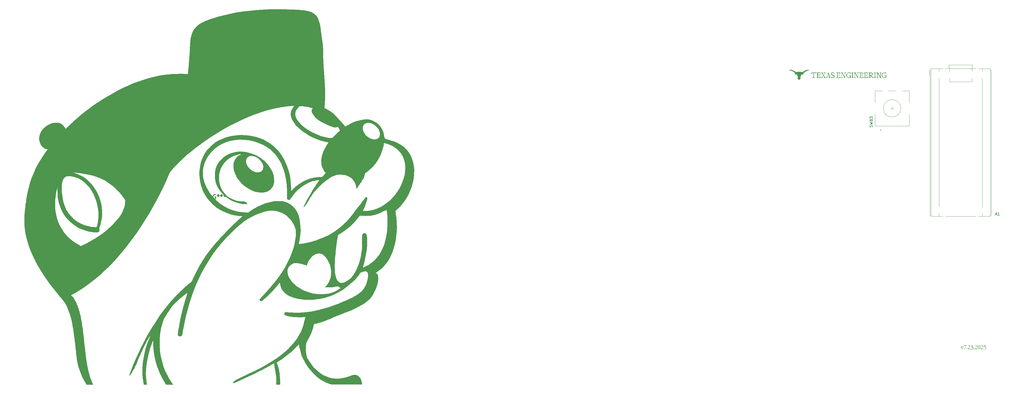
<source format=gbr>
%TF.GenerationSoftware,KiCad,Pcbnew,9.0.2*%
%TF.CreationDate,2025-07-27T20:58:08-05:00*%
%TF.ProjectId,modern-keyboard,6d6f6465-726e-42d6-9b65-79626f617264,rev?*%
%TF.SameCoordinates,Original*%
%TF.FileFunction,Legend,Top*%
%TF.FilePolarity,Positive*%
%FSLAX46Y46*%
G04 Gerber Fmt 4.6, Leading zero omitted, Abs format (unit mm)*
G04 Created by KiCad (PCBNEW 9.0.2) date 2025-07-27 20:58:08*
%MOMM*%
%LPD*%
G01*
G04 APERTURE LIST*
%ADD10C,0.150000*%
%ADD11C,0.300000*%
%ADD12C,0.000000*%
%ADD13C,0.120000*%
G04 APERTURE END LIST*
D10*
G36*
X380343213Y-229660000D02*
G01*
X380343213Y-229548625D01*
X380118998Y-229548625D01*
X380118998Y-227982418D01*
X380678803Y-227982418D01*
X380678803Y-228317641D01*
X380790910Y-228317641D01*
X380790910Y-228094525D01*
X380903018Y-228094525D01*
X380903018Y-227758080D01*
X380790910Y-227758080D01*
X380790910Y-227870188D01*
X379334856Y-227870188D01*
X379334856Y-227758080D01*
X379223482Y-227758080D01*
X379223482Y-228094159D01*
X379112107Y-228094159D01*
X379112107Y-228317641D01*
X379223482Y-228317641D01*
X379223482Y-228206266D01*
X379334856Y-228206266D01*
X379334856Y-228094525D01*
X379446964Y-228094525D01*
X379446964Y-227982418D01*
X379895394Y-227982418D01*
X379895394Y-229548625D01*
X379671179Y-229548625D01*
X379671179Y-229660000D01*
X380343213Y-229660000D01*
G37*
G36*
X382413904Y-229660000D02*
G01*
X382413904Y-229436151D01*
X382525279Y-229436151D01*
X382525279Y-229211325D01*
X382413904Y-229211325D01*
X382413904Y-229323921D01*
X382301674Y-229323921D01*
X382301674Y-229436517D01*
X382189567Y-229436517D01*
X382189567Y-229548625D01*
X381517655Y-229548625D01*
X381517655Y-228761186D01*
X382077459Y-228761186D01*
X382077459Y-228986011D01*
X382189567Y-228986011D01*
X382189567Y-228425108D01*
X382077459Y-228425108D01*
X382077459Y-228649078D01*
X381517655Y-228649078D01*
X381517655Y-227982418D01*
X382077459Y-227982418D01*
X382077459Y-228094159D01*
X382189567Y-228094159D01*
X382189567Y-228206266D01*
X382301674Y-228206266D01*
X382301674Y-228315443D01*
X382413904Y-228315443D01*
X382413904Y-228094159D01*
X382301674Y-228094159D01*
X382301674Y-227870188D01*
X381069958Y-227870188D01*
X381069958Y-227982418D01*
X381293440Y-227982418D01*
X381293440Y-229548625D01*
X381069958Y-229548625D01*
X381069958Y-229660000D01*
X382413904Y-229660000D01*
G37*
G36*
X384202372Y-229660000D02*
G01*
X384202372Y-229548625D01*
X383978890Y-229548625D01*
X383978890Y-229323921D01*
X383866782Y-229323921D01*
X383866782Y-229158447D01*
X383754675Y-229158447D01*
X383754675Y-228987843D01*
X383642568Y-228987843D01*
X383642568Y-228822369D01*
X383530460Y-228822369D01*
X383530460Y-228651765D01*
X383418963Y-228651765D01*
X383418963Y-228483604D01*
X383306856Y-228483604D01*
X383306856Y-228315687D01*
X383194748Y-228315687D01*
X383194748Y-228150212D01*
X383082641Y-228150212D01*
X383082641Y-227982418D01*
X383306856Y-227982418D01*
X383306856Y-227870188D01*
X382635676Y-227870188D01*
X382635676Y-227982418D01*
X382858426Y-227982418D01*
X382858426Y-228206266D01*
X382970533Y-228206266D01*
X382970533Y-228371863D01*
X383082641Y-228371863D01*
X383082641Y-228542344D01*
X383194748Y-228542344D01*
X383194748Y-228707941D01*
X383306856Y-228707941D01*
X383306856Y-228878422D01*
X383418963Y-228878422D01*
X383418963Y-229045973D01*
X383530460Y-229045973D01*
X383530460Y-229214501D01*
X383642568Y-229214501D01*
X383642568Y-229380097D01*
X383754675Y-229380097D01*
X383754675Y-229548625D01*
X383530460Y-229548625D01*
X383530460Y-229660000D01*
X384202372Y-229660000D01*
G37*
G36*
X383978890Y-228150579D02*
G01*
X383978890Y-227982418D01*
X384202372Y-227982418D01*
X384202372Y-227870188D01*
X383642568Y-227870188D01*
X383642568Y-227982418D01*
X383866782Y-227982418D01*
X383866782Y-228150579D01*
X383978890Y-228150579D01*
G37*
G36*
X383866782Y-228319106D02*
G01*
X383866782Y-228151556D01*
X383754675Y-228151556D01*
X383754675Y-228319106D01*
X383866782Y-228319106D01*
G37*
G36*
X383754675Y-228483970D02*
G01*
X383754675Y-228315687D01*
X383642568Y-228315687D01*
X383642568Y-228483970D01*
X383754675Y-228483970D01*
G37*
G36*
X383642568Y-228651765D02*
G01*
X383642568Y-228483604D01*
X383530460Y-228483604D01*
X383530460Y-228651765D01*
X383642568Y-228651765D01*
G37*
G36*
X383306856Y-229045973D02*
G01*
X383306856Y-228878422D01*
X383194748Y-228878422D01*
X383194748Y-229045973D01*
X383306856Y-229045973D01*
G37*
G36*
X383194748Y-229214501D02*
G01*
X383194748Y-229046339D01*
X383082641Y-229046339D01*
X383082641Y-229214501D01*
X383194748Y-229214501D01*
G37*
G36*
X383082641Y-229382784D02*
G01*
X383082641Y-229214501D01*
X382970533Y-229214501D01*
X382970533Y-229382784D01*
X383082641Y-229382784D01*
G37*
G36*
X383194748Y-229660000D02*
G01*
X383194748Y-229548625D01*
X382970533Y-229548625D01*
X382970533Y-229380464D01*
X382858426Y-229380464D01*
X382858426Y-229548625D01*
X382635676Y-229548625D01*
X382635676Y-229660000D01*
X383194748Y-229660000D01*
G37*
G36*
X385880809Y-229660000D02*
G01*
X385880809Y-229548625D01*
X385657327Y-229548625D01*
X385657327Y-229212180D01*
X385545219Y-229212180D01*
X385545219Y-228876713D01*
X385433112Y-228876713D01*
X385433112Y-228541001D01*
X385321004Y-228541001D01*
X385321004Y-228206022D01*
X385208897Y-228206022D01*
X385208897Y-227758080D01*
X385097400Y-227758080D01*
X385097400Y-227870188D01*
X384985293Y-227870188D01*
X384985293Y-228206022D01*
X385097400Y-228206022D01*
X385097400Y-228541001D01*
X385208897Y-228541001D01*
X385208897Y-228876713D01*
X385321004Y-228876713D01*
X385321004Y-228987843D01*
X384761078Y-228987843D01*
X384761078Y-228876713D01*
X384648970Y-228876713D01*
X384648970Y-229212180D01*
X384761078Y-229212180D01*
X384761078Y-229100073D01*
X385321004Y-229100073D01*
X385321004Y-229212180D01*
X385433112Y-229212180D01*
X385433112Y-229548625D01*
X385208897Y-229548625D01*
X385208897Y-229660000D01*
X385880809Y-229660000D01*
G37*
G36*
X384985293Y-228541001D02*
G01*
X384985293Y-228206022D01*
X384873185Y-228206022D01*
X384873185Y-228541001D01*
X384985293Y-228541001D01*
G37*
G36*
X384873185Y-228876713D02*
G01*
X384873185Y-228541001D01*
X384761078Y-228541001D01*
X384761078Y-228876713D01*
X384873185Y-228876713D01*
G37*
G36*
X384873185Y-229660000D02*
G01*
X384873185Y-229548625D01*
X384648970Y-229548625D01*
X384648970Y-229212180D01*
X384536863Y-229212180D01*
X384536863Y-229548625D01*
X384314113Y-229548625D01*
X384314113Y-229660000D01*
X384873185Y-229660000D01*
G37*
G36*
X386999441Y-229660000D02*
G01*
X386999441Y-229550579D01*
X387111549Y-229550579D01*
X387111549Y-229436151D01*
X387223656Y-229436151D01*
X387223656Y-228933133D01*
X387111549Y-228933133D01*
X387111549Y-228821025D01*
X386999441Y-228821025D01*
X386999441Y-228711605D01*
X386775226Y-228711605D01*
X386775226Y-228597055D01*
X386551744Y-228597055D01*
X386551744Y-228484947D01*
X386327529Y-228484947D01*
X386327529Y-228375526D01*
X386215422Y-228375526D01*
X386215422Y-228096845D01*
X386327529Y-228096845D01*
X386327529Y-227982418D01*
X386887334Y-227982418D01*
X386887334Y-228096845D01*
X386999441Y-228096845D01*
X386999441Y-228207976D01*
X387111549Y-228207976D01*
X387111549Y-227984738D01*
X386999441Y-227984738D01*
X386999441Y-227870188D01*
X386215422Y-227870188D01*
X386215422Y-227984738D01*
X386103314Y-227984738D01*
X386103314Y-228096845D01*
X385991939Y-228096845D01*
X385991939Y-228487634D01*
X386103314Y-228487634D01*
X386103314Y-228597055D01*
X386215422Y-228597055D01*
X386215422Y-228709284D01*
X386439637Y-228709284D01*
X386439637Y-228823712D01*
X386663852Y-228823712D01*
X386663852Y-228933133D01*
X386887334Y-228933133D01*
X386887334Y-229044630D01*
X386999441Y-229044630D01*
X386999441Y-229438471D01*
X386887334Y-229438471D01*
X386887334Y-229548625D01*
X386327529Y-229548625D01*
X386327529Y-229438471D01*
X386215422Y-229438471D01*
X386215422Y-229323921D01*
X386103314Y-229323921D01*
X386103314Y-229212302D01*
X385991939Y-229212302D01*
X385991939Y-229436151D01*
X386103314Y-229436151D01*
X386103314Y-229660000D01*
X386999441Y-229660000D01*
G37*
G36*
X389239026Y-229660000D02*
G01*
X389239026Y-229436151D01*
X389350401Y-229436151D01*
X389350401Y-229211325D01*
X389239026Y-229211325D01*
X389239026Y-229323921D01*
X389126796Y-229323921D01*
X389126796Y-229436517D01*
X389014689Y-229436517D01*
X389014689Y-229548625D01*
X388342777Y-229548625D01*
X388342777Y-228761186D01*
X388902581Y-228761186D01*
X388902581Y-228986011D01*
X389014689Y-228986011D01*
X389014689Y-228425108D01*
X388902581Y-228425108D01*
X388902581Y-228649078D01*
X388342777Y-228649078D01*
X388342777Y-227982418D01*
X388902581Y-227982418D01*
X388902581Y-228094159D01*
X389014689Y-228094159D01*
X389014689Y-228206266D01*
X389126796Y-228206266D01*
X389126796Y-228315443D01*
X389239026Y-228315443D01*
X389239026Y-228094159D01*
X389126796Y-228094159D01*
X389126796Y-227870188D01*
X387895080Y-227870188D01*
X387895080Y-227982418D01*
X388118562Y-227982418D01*
X388118562Y-229548625D01*
X387895080Y-229548625D01*
X387895080Y-229660000D01*
X389239026Y-229660000D01*
G37*
G36*
X390076657Y-229660000D02*
G01*
X390076657Y-229548625D01*
X389852442Y-229548625D01*
X389852442Y-228092205D01*
X389964549Y-228092205D01*
X389964549Y-228315687D01*
X390076657Y-228315687D01*
X390076657Y-228542344D01*
X390188764Y-228542344D01*
X390188764Y-228766681D01*
X390300139Y-228766681D01*
X390300139Y-228987843D01*
X390412247Y-228987843D01*
X390412247Y-229212180D01*
X390524354Y-229212180D01*
X390524354Y-229438838D01*
X390636461Y-229438838D01*
X390636461Y-229660000D01*
X390972173Y-229660000D01*
X390972173Y-227982418D01*
X391196388Y-227982418D01*
X391196388Y-227870188D01*
X390636461Y-227870188D01*
X390636461Y-227982418D01*
X390860799Y-227982418D01*
X390860799Y-229438838D01*
X390748569Y-229438838D01*
X390748569Y-229214501D01*
X390636461Y-229214501D01*
X390636461Y-228987843D01*
X390524354Y-228987843D01*
X390524354Y-228764361D01*
X390412247Y-228764361D01*
X390412247Y-228542344D01*
X390300139Y-228542344D01*
X390300139Y-228318129D01*
X390188764Y-228318129D01*
X390188764Y-228092205D01*
X390076657Y-228092205D01*
X390076657Y-227870188D01*
X389516852Y-227870188D01*
X389516852Y-227982418D01*
X389740334Y-227982418D01*
X389740334Y-229548625D01*
X389516852Y-229548625D01*
X389516852Y-229660000D01*
X390076657Y-229660000D01*
G37*
G36*
X392875436Y-228315443D02*
G01*
X392875436Y-228094159D01*
X392763328Y-228094159D01*
X392763328Y-227870188D01*
X391867812Y-227870188D01*
X391867812Y-227982418D01*
X392539846Y-227982418D01*
X392539846Y-228091838D01*
X392651953Y-228091838D01*
X392651953Y-228206266D01*
X392763328Y-228206266D01*
X392763328Y-228315443D01*
X392875436Y-228315443D01*
G37*
G36*
X391867812Y-229550579D02*
G01*
X391867812Y-229438471D01*
X391755704Y-229438471D01*
X391755704Y-229323921D01*
X391643597Y-229323921D01*
X391643597Y-229099706D01*
X391531489Y-229099706D01*
X391531489Y-228425108D01*
X391643597Y-228425108D01*
X391643597Y-228206266D01*
X391755704Y-228206266D01*
X391755704Y-228091838D01*
X391867812Y-228091838D01*
X391867812Y-227979609D01*
X391643597Y-227979609D01*
X391643597Y-228094159D01*
X391531489Y-228094159D01*
X391531489Y-228201625D01*
X391419382Y-228201625D01*
X391419382Y-228425108D01*
X391308007Y-228425108D01*
X391308007Y-229099951D01*
X391419382Y-229099706D01*
X391419382Y-229323921D01*
X391531489Y-229323921D01*
X391531489Y-229436151D01*
X391643597Y-229436151D01*
X391643597Y-229550579D01*
X391867812Y-229550579D01*
G37*
G36*
X392763328Y-229660000D02*
G01*
X392763328Y-229550579D01*
X392875436Y-229550579D01*
X392875436Y-228987843D01*
X392987543Y-228987843D01*
X392987543Y-228876468D01*
X392371563Y-228876468D01*
X392371563Y-228987843D01*
X392651953Y-228987843D01*
X392651953Y-229438471D01*
X392539846Y-229438471D01*
X392539846Y-229548625D01*
X391867812Y-229548625D01*
X391867812Y-229660000D01*
X392763328Y-229660000D01*
G37*
G36*
X393770341Y-229660000D02*
G01*
X393770341Y-229548625D01*
X393546127Y-229548625D01*
X393546127Y-227982418D01*
X393770341Y-227982418D01*
X393770341Y-227870188D01*
X393098429Y-227870188D01*
X393098429Y-227982418D01*
X393321912Y-227982418D01*
X393321912Y-229548625D01*
X393098429Y-229548625D01*
X393098429Y-229660000D01*
X393770341Y-229660000D01*
G37*
G36*
X394553140Y-229660000D02*
G01*
X394553140Y-229548625D01*
X394328925Y-229548625D01*
X394328925Y-228092205D01*
X394441032Y-228092205D01*
X394441032Y-228315687D01*
X394553140Y-228315687D01*
X394553140Y-228542344D01*
X394665247Y-228542344D01*
X394665247Y-228766681D01*
X394776622Y-228766681D01*
X394776622Y-228987843D01*
X394888729Y-228987843D01*
X394888729Y-229212180D01*
X395000837Y-229212180D01*
X395000837Y-229438838D01*
X395112944Y-229438838D01*
X395112944Y-229660000D01*
X395448656Y-229660000D01*
X395448656Y-227982418D01*
X395672871Y-227982418D01*
X395672871Y-227870188D01*
X395112944Y-227870188D01*
X395112944Y-227982418D01*
X395337281Y-227982418D01*
X395337281Y-229438838D01*
X395225052Y-229438838D01*
X395225052Y-229214501D01*
X395112944Y-229214501D01*
X395112944Y-228987843D01*
X395000837Y-228987843D01*
X395000837Y-228764361D01*
X394888729Y-228764361D01*
X394888729Y-228542344D01*
X394776622Y-228542344D01*
X394776622Y-228318129D01*
X394665247Y-228318129D01*
X394665247Y-228092205D01*
X394553140Y-228092205D01*
X394553140Y-227870188D01*
X393993335Y-227870188D01*
X393993335Y-227982418D01*
X394216817Y-227982418D01*
X394216817Y-229548625D01*
X393993335Y-229548625D01*
X393993335Y-229660000D01*
X394553140Y-229660000D01*
G37*
G36*
X397183757Y-229660000D02*
G01*
X397183757Y-229436151D01*
X397295132Y-229436151D01*
X397295132Y-229211325D01*
X397183757Y-229211325D01*
X397183757Y-229323921D01*
X397071528Y-229323921D01*
X397071528Y-229436517D01*
X396959420Y-229436517D01*
X396959420Y-229548625D01*
X396287508Y-229548625D01*
X396287508Y-228761186D01*
X396847313Y-228761186D01*
X396847313Y-228986011D01*
X396959420Y-228986011D01*
X396959420Y-228425108D01*
X396847313Y-228425108D01*
X396847313Y-228649078D01*
X396287508Y-228649078D01*
X396287508Y-227982418D01*
X396847313Y-227982418D01*
X396847313Y-228094159D01*
X396959420Y-228094159D01*
X396959420Y-228206266D01*
X397071528Y-228206266D01*
X397071528Y-228315443D01*
X397183757Y-228315443D01*
X397183757Y-228094159D01*
X397071528Y-228094159D01*
X397071528Y-227870188D01*
X395839811Y-227870188D01*
X395839811Y-227982418D01*
X396063293Y-227982418D01*
X396063293Y-229548625D01*
X395839811Y-229548625D01*
X395839811Y-229660000D01*
X397183757Y-229660000D01*
G37*
G36*
X398805530Y-229660000D02*
G01*
X398805530Y-229436151D01*
X398916905Y-229436151D01*
X398916905Y-229211325D01*
X398805530Y-229211325D01*
X398805530Y-229323921D01*
X398693300Y-229323921D01*
X398693300Y-229436517D01*
X398581193Y-229436517D01*
X398581193Y-229548625D01*
X397909281Y-229548625D01*
X397909281Y-228761186D01*
X398469085Y-228761186D01*
X398469085Y-228986011D01*
X398581193Y-228986011D01*
X398581193Y-228425108D01*
X398469085Y-228425108D01*
X398469085Y-228649078D01*
X397909281Y-228649078D01*
X397909281Y-227982418D01*
X398469085Y-227982418D01*
X398469085Y-228094159D01*
X398581193Y-228094159D01*
X398581193Y-228206266D01*
X398693300Y-228206266D01*
X398693300Y-228315443D01*
X398805530Y-228315443D01*
X398805530Y-228094159D01*
X398693300Y-228094159D01*
X398693300Y-227870188D01*
X397461584Y-227870188D01*
X397461584Y-227982418D01*
X397685066Y-227982418D01*
X397685066Y-229548625D01*
X397461584Y-229548625D01*
X397461584Y-229660000D01*
X398805530Y-229660000D01*
G37*
G36*
X400202965Y-227984738D02*
G01*
X400315073Y-227984738D01*
X400315073Y-228096845D01*
X400427302Y-228094036D01*
X400427302Y-228651765D01*
X400315073Y-228651765D01*
X400315073Y-228763995D01*
X400202965Y-228763995D01*
X400202965Y-228878422D01*
X399978750Y-228878422D01*
X399978750Y-228987843D01*
X400090858Y-228987843D01*
X400090858Y-229102393D01*
X400202965Y-229102393D01*
X400202965Y-229211814D01*
X400315073Y-229211814D01*
X400315073Y-229323921D01*
X400427302Y-229323921D01*
X400427302Y-229438471D01*
X400538677Y-229438471D01*
X400538677Y-229548625D01*
X400762892Y-229548625D01*
X400762892Y-229660000D01*
X400315073Y-229660000D01*
X400315073Y-229550579D01*
X400202965Y-229550579D01*
X400202965Y-229436151D01*
X400090858Y-229436151D01*
X400090858Y-229323921D01*
X399978750Y-229323921D01*
X399978750Y-229214501D01*
X399866643Y-229214501D01*
X399866643Y-229100073D01*
X399755268Y-229100073D01*
X399755268Y-228987843D01*
X399643161Y-228990163D01*
X399643161Y-228878422D01*
X399531053Y-228878422D01*
X399531053Y-229548625D01*
X399755268Y-229548625D01*
X399755268Y-229660000D01*
X399083356Y-229660000D01*
X399083356Y-229548625D01*
X399306838Y-229548625D01*
X399306838Y-228766315D01*
X399531053Y-228766315D01*
X400090858Y-228766315D01*
X400090858Y-228651765D01*
X400202965Y-228651765D01*
X400202965Y-228096845D01*
X400090858Y-228096845D01*
X400090858Y-227982418D01*
X399531053Y-227982418D01*
X399531053Y-228766315D01*
X399306838Y-228766315D01*
X399306838Y-227982418D01*
X399083356Y-227982418D01*
X399083356Y-227870188D01*
X400202965Y-227870188D01*
X400202965Y-227984738D01*
G37*
G36*
X401601744Y-229660000D02*
G01*
X401601744Y-229548625D01*
X401377529Y-229548625D01*
X401377529Y-227982418D01*
X401601744Y-227982418D01*
X401601744Y-227870188D01*
X400929832Y-227870188D01*
X400929832Y-227982418D01*
X401153314Y-227982418D01*
X401153314Y-229548625D01*
X400929832Y-229548625D01*
X400929832Y-229660000D01*
X401601744Y-229660000D01*
G37*
G36*
X402384542Y-229660000D02*
G01*
X402384542Y-229548625D01*
X402160327Y-229548625D01*
X402160327Y-228092205D01*
X402272435Y-228092205D01*
X402272435Y-228315687D01*
X402384542Y-228315687D01*
X402384542Y-228542344D01*
X402496650Y-228542344D01*
X402496650Y-228766681D01*
X402608025Y-228766681D01*
X402608025Y-228987843D01*
X402720132Y-228987843D01*
X402720132Y-229212180D01*
X402832240Y-229212180D01*
X402832240Y-229438838D01*
X402944347Y-229438838D01*
X402944347Y-229660000D01*
X403280059Y-229660000D01*
X403280059Y-227982418D01*
X403504274Y-227982418D01*
X403504274Y-227870188D01*
X402944347Y-227870188D01*
X402944347Y-227982418D01*
X403168684Y-227982418D01*
X403168684Y-229438838D01*
X403056454Y-229438838D01*
X403056454Y-229214501D01*
X402944347Y-229214501D01*
X402944347Y-228987843D01*
X402832240Y-228987843D01*
X402832240Y-228764361D01*
X402720132Y-228764361D01*
X402720132Y-228542344D01*
X402608025Y-228542344D01*
X402608025Y-228318129D01*
X402496650Y-228318129D01*
X402496650Y-228092205D01*
X402384542Y-228092205D01*
X402384542Y-227870188D01*
X401824738Y-227870188D01*
X401824738Y-227982418D01*
X402048220Y-227982418D01*
X402048220Y-229548625D01*
X401824738Y-229548625D01*
X401824738Y-229660000D01*
X402384542Y-229660000D01*
G37*
G36*
X405183321Y-228315443D02*
G01*
X405183321Y-228094159D01*
X405071214Y-228094159D01*
X405071214Y-227870188D01*
X404175697Y-227870188D01*
X404175697Y-227982418D01*
X404847732Y-227982418D01*
X404847732Y-228091838D01*
X404959839Y-228091838D01*
X404959839Y-228206266D01*
X405071214Y-228206266D01*
X405071214Y-228315443D01*
X405183321Y-228315443D01*
G37*
G36*
X404175697Y-229550579D02*
G01*
X404175697Y-229438471D01*
X404063590Y-229438471D01*
X404063590Y-229323921D01*
X403951482Y-229323921D01*
X403951482Y-229099706D01*
X403839375Y-229099706D01*
X403839375Y-228425108D01*
X403951482Y-228425108D01*
X403951482Y-228206266D01*
X404063590Y-228206266D01*
X404063590Y-228091838D01*
X404175697Y-228091838D01*
X404175697Y-227979609D01*
X403951482Y-227979609D01*
X403951482Y-228094159D01*
X403839375Y-228094159D01*
X403839375Y-228201625D01*
X403727267Y-228201625D01*
X403727267Y-228425108D01*
X403615893Y-228425108D01*
X403615893Y-229099951D01*
X403727267Y-229099706D01*
X403727267Y-229323921D01*
X403839375Y-229323921D01*
X403839375Y-229436151D01*
X403951482Y-229436151D01*
X403951482Y-229550579D01*
X404175697Y-229550579D01*
G37*
G36*
X405071214Y-229660000D02*
G01*
X405071214Y-229550579D01*
X405183321Y-229550579D01*
X405183321Y-228987843D01*
X405295429Y-228987843D01*
X405295429Y-228876468D01*
X404679448Y-228876468D01*
X404679448Y-228987843D01*
X404959839Y-228987843D01*
X404959839Y-229438471D01*
X404847732Y-229438471D01*
X404847732Y-229548625D01*
X404175697Y-229548625D01*
X404175697Y-229660000D01*
X405071214Y-229660000D01*
G37*
G36*
X431587465Y-323745000D02*
G01*
X431587465Y-323534798D01*
X431503384Y-323534798D01*
X431503384Y-323323955D01*
X431419303Y-323323955D01*
X431419303Y-323113662D01*
X431335223Y-323113662D01*
X431335223Y-322903003D01*
X431461344Y-322903003D01*
X431461344Y-322818831D01*
X431042040Y-322818831D01*
X431042040Y-322903003D01*
X431167611Y-322903003D01*
X431167611Y-323113662D01*
X431251142Y-323113662D01*
X431251142Y-323323955D01*
X431335223Y-323323955D01*
X431335223Y-323534798D01*
X431419303Y-323534798D01*
X431419303Y-323745000D01*
X431587465Y-323745000D01*
G37*
G36*
X431839248Y-323113662D02*
G01*
X431839248Y-322903003D01*
X431965369Y-322903003D01*
X431965369Y-322818831D01*
X431629505Y-322818831D01*
X431629505Y-322903003D01*
X431755168Y-322903003D01*
X431755168Y-323113662D01*
X431839248Y-323113662D01*
G37*
G36*
X431755168Y-323323955D02*
G01*
X431755168Y-323113662D01*
X431671545Y-323113662D01*
X431671545Y-323323955D01*
X431755168Y-323323955D01*
G37*
G36*
X431671545Y-323534798D02*
G01*
X431671545Y-323323955D01*
X431587465Y-323323955D01*
X431587465Y-323534798D01*
X431671545Y-323534798D01*
G37*
G36*
X432888516Y-322738597D02*
G01*
X432888516Y-322572634D01*
X432972596Y-322572634D01*
X432972596Y-322402641D01*
X432132340Y-322402641D01*
X432132340Y-322488553D01*
X432048809Y-322488553D01*
X432048809Y-322656806D01*
X432132340Y-322656806D01*
X432132340Y-322572634D01*
X432804435Y-322572634D01*
X432804435Y-322740337D01*
X432888516Y-322738597D01*
G37*
G36*
X432804435Y-322906758D02*
G01*
X432804435Y-322738597D01*
X432720355Y-322738597D01*
X432720355Y-322906758D01*
X432804435Y-322906758D01*
G37*
G36*
X432720355Y-323075011D02*
G01*
X432720355Y-322906758D01*
X432636274Y-322906758D01*
X432636274Y-323075011D01*
X432720355Y-323075011D01*
G37*
G36*
X432636274Y-323240882D02*
G01*
X432636274Y-323073271D01*
X432552743Y-323073271D01*
X432552743Y-323240882D01*
X432636274Y-323240882D01*
G37*
G36*
X432552743Y-323409135D02*
G01*
X432552743Y-323240882D01*
X432468662Y-323240882D01*
X432468662Y-323409135D01*
X432552743Y-323409135D01*
G37*
G36*
X432468662Y-323579128D02*
G01*
X432468662Y-323410875D01*
X432384582Y-323410875D01*
X432384582Y-323579128D01*
X432468662Y-323579128D01*
G37*
G36*
X432384582Y-323745000D02*
G01*
X432384582Y-323577388D01*
X432300501Y-323577388D01*
X432300501Y-323745000D01*
X432384582Y-323745000D01*
G37*
G36*
X432300501Y-323912703D02*
G01*
X432300501Y-323745000D01*
X432216420Y-323745000D01*
X432216420Y-323912703D01*
X432300501Y-323912703D01*
G37*
G36*
X433181699Y-323745000D02*
G01*
X433181699Y-323577388D01*
X433014087Y-323577388D01*
X433014087Y-323745000D01*
X433181699Y-323745000D01*
G37*
G36*
X434104845Y-323074736D02*
G01*
X434104845Y-322990655D01*
X434188926Y-322990564D01*
X434188926Y-322570619D01*
X434104845Y-322570619D01*
X434104845Y-322488553D01*
X434020765Y-322488553D01*
X434020765Y-322402641D01*
X433600819Y-322402641D01*
X433600819Y-322486813D01*
X433937142Y-322486813D01*
X433937142Y-322572634D01*
X434020765Y-322572634D01*
X434020765Y-323076659D01*
X434104845Y-323074736D01*
G37*
G36*
X433600819Y-322572634D02*
G01*
X433600819Y-322488553D01*
X433516739Y-322488553D01*
X433516739Y-322572634D01*
X433600819Y-322572634D01*
G37*
G36*
X433516739Y-322654699D02*
G01*
X433516739Y-322570619D01*
X433433208Y-322570619D01*
X433433208Y-322654699D01*
X433516739Y-322654699D01*
G37*
G36*
X434020765Y-323158817D02*
G01*
X434020765Y-323074736D01*
X433937142Y-323074736D01*
X433937142Y-323158817D01*
X434020765Y-323158817D01*
G37*
G36*
X433937142Y-323240882D02*
G01*
X433937142Y-323157351D01*
X433853061Y-323157351D01*
X433853061Y-323240882D01*
X433937142Y-323240882D01*
G37*
G36*
X433853061Y-323325054D02*
G01*
X433853061Y-323240882D01*
X433768981Y-323240882D01*
X433768981Y-323325054D01*
X433853061Y-323325054D01*
G37*
G36*
X433768981Y-323410875D02*
G01*
X433768981Y-323326795D01*
X433684900Y-323326795D01*
X433684900Y-323410875D01*
X433768981Y-323410875D01*
G37*
G36*
X433684900Y-323492941D02*
G01*
X433684900Y-323408860D01*
X433600819Y-323408860D01*
X433600819Y-323492941D01*
X433684900Y-323492941D01*
G37*
G36*
X434188926Y-323745000D02*
G01*
X434188926Y-323662934D01*
X434273006Y-323662934D01*
X434273006Y-323494773D01*
X434188926Y-323494773D01*
X434188926Y-323578853D01*
X433600819Y-323578853D01*
X433600819Y-323494773D01*
X433516739Y-323494773D01*
X433516739Y-323578853D01*
X433433208Y-323578853D01*
X433433208Y-323661468D01*
X433349677Y-323661468D01*
X433349677Y-323745000D01*
X434188926Y-323745000D01*
G37*
G36*
X435027442Y-323911237D02*
G01*
X435027442Y-323828622D01*
X435111523Y-323828622D01*
X435111523Y-323745000D01*
X435195603Y-323745000D01*
X435195603Y-323577296D01*
X435279684Y-323577296D01*
X435279684Y-323157351D01*
X435195603Y-323157351D01*
X435195603Y-323070889D01*
X435111523Y-323070889D01*
X435111523Y-322986809D01*
X434859830Y-322986809D01*
X434859830Y-322903003D01*
X434943911Y-322903003D01*
X434943911Y-322818831D01*
X435027442Y-322818831D01*
X435027442Y-322734750D01*
X435111523Y-322734750D01*
X435111523Y-322484706D01*
X435027442Y-322484706D01*
X435027442Y-322402641D01*
X434607588Y-322402641D01*
X434607588Y-322486813D01*
X434859830Y-322486813D01*
X434859830Y-322568879D01*
X434943911Y-322568879D01*
X434943911Y-322734750D01*
X434859830Y-322734750D01*
X434859830Y-322818831D01*
X434775750Y-322818831D01*
X434775750Y-322903003D01*
X434691669Y-322903003D01*
X434691669Y-322986809D01*
X434607588Y-322986809D01*
X434607588Y-323070889D01*
X434943911Y-323070889D01*
X434943911Y-323155061D01*
X435027442Y-323155061D01*
X435027442Y-323240882D01*
X435111523Y-323240882D01*
X435111523Y-323577388D01*
X435027442Y-323577388D01*
X435027442Y-323745000D01*
X434943911Y-323745000D01*
X434943911Y-323827065D01*
X434859830Y-323827065D01*
X434859830Y-323911237D01*
X435027442Y-323911237D01*
G37*
G36*
X434607588Y-322568879D02*
G01*
X434607588Y-322484706D01*
X434523508Y-322484706D01*
X434523508Y-322568879D01*
X434607588Y-322568879D01*
G37*
G36*
X434523508Y-322654699D02*
G01*
X434523508Y-322570619D01*
X434439977Y-322570619D01*
X434439977Y-322654699D01*
X434523508Y-322654699D01*
G37*
G36*
X434607588Y-323155061D02*
G01*
X434607588Y-323070889D01*
X434523508Y-323070889D01*
X434523508Y-323155061D01*
X434607588Y-323155061D01*
G37*
G36*
X434859830Y-323997058D02*
G01*
X434859830Y-323912978D01*
X434691669Y-323912978D01*
X434691669Y-323827065D01*
X434607588Y-323827065D01*
X434607588Y-323745000D01*
X434439977Y-323745000D01*
X434439977Y-323911237D01*
X434523508Y-323911237D01*
X434523508Y-323997058D01*
X434859830Y-323997058D01*
G37*
G36*
X435614357Y-323745000D02*
G01*
X435614357Y-323577388D01*
X435446746Y-323577388D01*
X435446746Y-323745000D01*
X435614357Y-323745000D01*
G37*
G36*
X436537504Y-323074736D02*
G01*
X436537504Y-322990655D01*
X436621584Y-322990564D01*
X436621584Y-322570619D01*
X436537504Y-322570619D01*
X436537504Y-322488553D01*
X436453423Y-322488553D01*
X436453423Y-322402641D01*
X436033478Y-322402641D01*
X436033478Y-322486813D01*
X436369801Y-322486813D01*
X436369801Y-322572634D01*
X436453423Y-322572634D01*
X436453423Y-323076659D01*
X436537504Y-323074736D01*
G37*
G36*
X436033478Y-322572634D02*
G01*
X436033478Y-322488553D01*
X435949398Y-322488553D01*
X435949398Y-322572634D01*
X436033478Y-322572634D01*
G37*
G36*
X435949398Y-322654699D02*
G01*
X435949398Y-322570619D01*
X435865867Y-322570619D01*
X435865867Y-322654699D01*
X435949398Y-322654699D01*
G37*
G36*
X436453423Y-323158817D02*
G01*
X436453423Y-323074736D01*
X436369801Y-323074736D01*
X436369801Y-323158817D01*
X436453423Y-323158817D01*
G37*
G36*
X436369801Y-323240882D02*
G01*
X436369801Y-323157351D01*
X436285720Y-323157351D01*
X436285720Y-323240882D01*
X436369801Y-323240882D01*
G37*
G36*
X436285720Y-323325054D02*
G01*
X436285720Y-323240882D01*
X436201639Y-323240882D01*
X436201639Y-323325054D01*
X436285720Y-323325054D01*
G37*
G36*
X436201639Y-323410875D02*
G01*
X436201639Y-323326795D01*
X436117559Y-323326795D01*
X436117559Y-323410875D01*
X436201639Y-323410875D01*
G37*
G36*
X436117559Y-323492941D02*
G01*
X436117559Y-323408860D01*
X436033478Y-323408860D01*
X436033478Y-323492941D01*
X436117559Y-323492941D01*
G37*
G36*
X436621584Y-323745000D02*
G01*
X436621584Y-323662934D01*
X436705665Y-323662934D01*
X436705665Y-323494773D01*
X436621584Y-323494773D01*
X436621584Y-323578853D01*
X436033478Y-323578853D01*
X436033478Y-323494773D01*
X435949398Y-323494773D01*
X435949398Y-323578853D01*
X435865867Y-323578853D01*
X435865867Y-323661468D01*
X435782336Y-323661468D01*
X435782336Y-323745000D01*
X436621584Y-323745000D01*
G37*
G36*
X437544181Y-322488553D02*
G01*
X437628262Y-322488553D01*
X437628262Y-322569153D01*
X437712342Y-322569153D01*
X437712342Y-322736765D01*
X437796423Y-322738505D01*
X437796423Y-323410875D01*
X437712342Y-323410875D01*
X437712342Y-323579128D01*
X437628262Y-323579128D01*
X437628262Y-323662934D01*
X437544181Y-323662934D01*
X437544181Y-323745000D01*
X437124328Y-323745000D01*
X437124328Y-323662934D01*
X437040247Y-323662934D01*
X437040247Y-323579128D01*
X436956167Y-323579128D01*
X436956167Y-323410875D01*
X436872636Y-323409135D01*
X436872636Y-322736765D01*
X436956167Y-322736765D01*
X437040247Y-322736765D01*
X437040247Y-323410875D01*
X437124328Y-323410875D01*
X437124328Y-323578853D01*
X437208408Y-323578853D01*
X437208408Y-323661468D01*
X437460101Y-323661468D01*
X437460101Y-323578853D01*
X437544181Y-323578853D01*
X437544181Y-323410875D01*
X437628262Y-323410875D01*
X437628262Y-322736765D01*
X437544181Y-322736765D01*
X437544181Y-322572634D01*
X437460101Y-322572634D01*
X437460101Y-322486813D01*
X437208408Y-322486813D01*
X437208408Y-322572634D01*
X437124328Y-322572634D01*
X437124328Y-322736765D01*
X437040247Y-322736765D01*
X436956167Y-322736765D01*
X436956167Y-322569153D01*
X437040247Y-322569153D01*
X437040247Y-322488553D01*
X437124328Y-322488553D01*
X437124328Y-322402641D01*
X437544181Y-322402641D01*
X437544181Y-322488553D01*
G37*
G36*
X438634573Y-323074736D02*
G01*
X438634573Y-322990655D01*
X438718654Y-322990564D01*
X438718654Y-322570619D01*
X438634573Y-322570619D01*
X438634573Y-322488553D01*
X438550492Y-322488553D01*
X438550492Y-322402641D01*
X438130547Y-322402641D01*
X438130547Y-322486813D01*
X438466870Y-322486813D01*
X438466870Y-322572634D01*
X438550492Y-322572634D01*
X438550492Y-323076659D01*
X438634573Y-323074736D01*
G37*
G36*
X438130547Y-322572634D02*
G01*
X438130547Y-322488553D01*
X438046467Y-322488553D01*
X438046467Y-322572634D01*
X438130547Y-322572634D01*
G37*
G36*
X438046467Y-322654699D02*
G01*
X438046467Y-322570619D01*
X437962936Y-322570619D01*
X437962936Y-322654699D01*
X438046467Y-322654699D01*
G37*
G36*
X438550492Y-323158817D02*
G01*
X438550492Y-323074736D01*
X438466870Y-323074736D01*
X438466870Y-323158817D01*
X438550492Y-323158817D01*
G37*
G36*
X438466870Y-323240882D02*
G01*
X438466870Y-323157351D01*
X438382789Y-323157351D01*
X438382789Y-323240882D01*
X438466870Y-323240882D01*
G37*
G36*
X438382789Y-323325054D02*
G01*
X438382789Y-323240882D01*
X438298709Y-323240882D01*
X438298709Y-323325054D01*
X438382789Y-323325054D01*
G37*
G36*
X438298709Y-323410875D02*
G01*
X438298709Y-323326795D01*
X438214628Y-323326795D01*
X438214628Y-323410875D01*
X438298709Y-323410875D01*
G37*
G36*
X438214628Y-323492941D02*
G01*
X438214628Y-323408860D01*
X438130547Y-323408860D01*
X438130547Y-323492941D01*
X438214628Y-323492941D01*
G37*
G36*
X438718654Y-323745000D02*
G01*
X438718654Y-323662934D01*
X438802734Y-323662934D01*
X438802734Y-323494773D01*
X438718654Y-323494773D01*
X438718654Y-323578853D01*
X438130547Y-323578853D01*
X438130547Y-323494773D01*
X438046467Y-323494773D01*
X438046467Y-323578853D01*
X437962936Y-323578853D01*
X437962936Y-323661468D01*
X437879405Y-323661468D01*
X437879405Y-323745000D01*
X438718654Y-323745000D01*
G37*
G36*
X439684298Y-322570894D02*
G01*
X439684298Y-322402641D01*
X439096284Y-322402641D01*
X439096284Y-322570894D01*
X439684298Y-322570894D01*
G37*
G36*
X439096284Y-322736765D02*
G01*
X439096284Y-322569153D01*
X439012203Y-322569153D01*
X439012203Y-322736765D01*
X439096284Y-322736765D01*
G37*
G36*
X439768379Y-323490834D02*
G01*
X439768379Y-323070889D01*
X439684298Y-323070889D01*
X439684298Y-322986809D01*
X439516137Y-322986809D01*
X439516137Y-322904743D01*
X439264445Y-322904743D01*
X439264445Y-322818831D01*
X439012203Y-322818831D01*
X439012203Y-322734750D01*
X438928672Y-322734750D01*
X438928672Y-322988824D01*
X439264445Y-322988824D01*
X439264445Y-323070889D01*
X439516137Y-323070889D01*
X439516137Y-323155061D01*
X439600218Y-323155061D01*
X439600218Y-323238592D01*
X439684298Y-323238592D01*
X439684298Y-323490834D01*
X439768379Y-323490834D01*
G37*
G36*
X439684298Y-323661194D02*
G01*
X439684298Y-323492941D01*
X439600218Y-323492941D01*
X439600218Y-323661194D01*
X439684298Y-323661194D01*
G37*
G36*
X439600218Y-323745000D02*
G01*
X439600218Y-323661468D01*
X439432606Y-323661468D01*
X439432606Y-323745000D01*
X439600218Y-323745000D01*
G37*
G36*
X439432606Y-323828622D02*
G01*
X439432606Y-323745000D01*
X439264445Y-323745000D01*
X439264445Y-323828622D01*
X439432606Y-323828622D01*
G37*
G36*
X439264445Y-323911237D02*
G01*
X439264445Y-323827065D01*
X438928672Y-323827065D01*
X438928672Y-323911237D01*
X439264445Y-323911237D01*
G37*
D11*
X172678572Y-270249757D02*
X172535715Y-270178328D01*
X172535715Y-270178328D02*
X172321429Y-270178328D01*
X172321429Y-270178328D02*
X172107143Y-270249757D01*
X172107143Y-270249757D02*
X171964286Y-270392614D01*
X171964286Y-270392614D02*
X171892857Y-270535471D01*
X171892857Y-270535471D02*
X171821429Y-270821185D01*
X171821429Y-270821185D02*
X171821429Y-271035471D01*
X171821429Y-271035471D02*
X171892857Y-271321185D01*
X171892857Y-271321185D02*
X171964286Y-271464042D01*
X171964286Y-271464042D02*
X172107143Y-271606900D01*
X172107143Y-271606900D02*
X172321429Y-271678328D01*
X172321429Y-271678328D02*
X172464286Y-271678328D01*
X172464286Y-271678328D02*
X172678572Y-271606900D01*
X172678572Y-271606900D02*
X172750000Y-271535471D01*
X172750000Y-271535471D02*
X172750000Y-271035471D01*
X172750000Y-271035471D02*
X172464286Y-271035471D01*
X173607143Y-270178328D02*
X173607143Y-270535471D01*
X173250000Y-270392614D02*
X173607143Y-270535471D01*
X173607143Y-270535471D02*
X173964286Y-270392614D01*
X173392857Y-270821185D02*
X173607143Y-270535471D01*
X173607143Y-270535471D02*
X173821429Y-270821185D01*
X174750000Y-270178328D02*
X174750000Y-270535471D01*
X174392857Y-270392614D02*
X174750000Y-270535471D01*
X174750000Y-270535471D02*
X175107143Y-270392614D01*
X174535714Y-270821185D02*
X174750000Y-270535471D01*
X174750000Y-270535471D02*
X174964286Y-270821185D01*
X175892857Y-270178328D02*
X175892857Y-270535471D01*
X175535714Y-270392614D02*
X175892857Y-270535471D01*
X175892857Y-270535471D02*
X176250000Y-270392614D01*
X175678571Y-270821185D02*
X175892857Y-270535471D01*
X175892857Y-270535471D02*
X176107143Y-270821185D01*
D10*
X400400950Y-246765773D02*
X400448569Y-246622916D01*
X400448569Y-246622916D02*
X400448569Y-246384821D01*
X400448569Y-246384821D02*
X400400950Y-246289583D01*
X400400950Y-246289583D02*
X400353330Y-246241964D01*
X400353330Y-246241964D02*
X400258092Y-246194345D01*
X400258092Y-246194345D02*
X400162854Y-246194345D01*
X400162854Y-246194345D02*
X400067616Y-246241964D01*
X400067616Y-246241964D02*
X400019997Y-246289583D01*
X400019997Y-246289583D02*
X399972378Y-246384821D01*
X399972378Y-246384821D02*
X399924759Y-246575297D01*
X399924759Y-246575297D02*
X399877140Y-246670535D01*
X399877140Y-246670535D02*
X399829521Y-246718154D01*
X399829521Y-246718154D02*
X399734283Y-246765773D01*
X399734283Y-246765773D02*
X399639045Y-246765773D01*
X399639045Y-246765773D02*
X399543807Y-246718154D01*
X399543807Y-246718154D02*
X399496188Y-246670535D01*
X399496188Y-246670535D02*
X399448569Y-246575297D01*
X399448569Y-246575297D02*
X399448569Y-246337202D01*
X399448569Y-246337202D02*
X399496188Y-246194345D01*
X399448569Y-245861011D02*
X400448569Y-245622916D01*
X400448569Y-245622916D02*
X399734283Y-245432440D01*
X399734283Y-245432440D02*
X400448569Y-245241964D01*
X400448569Y-245241964D02*
X399448569Y-245003869D01*
X399877140Y-244480059D02*
X399829521Y-244575297D01*
X399829521Y-244575297D02*
X399781902Y-244622916D01*
X399781902Y-244622916D02*
X399686664Y-244670535D01*
X399686664Y-244670535D02*
X399639045Y-244670535D01*
X399639045Y-244670535D02*
X399543807Y-244622916D01*
X399543807Y-244622916D02*
X399496188Y-244575297D01*
X399496188Y-244575297D02*
X399448569Y-244480059D01*
X399448569Y-244480059D02*
X399448569Y-244289583D01*
X399448569Y-244289583D02*
X399496188Y-244194345D01*
X399496188Y-244194345D02*
X399543807Y-244146726D01*
X399543807Y-244146726D02*
X399639045Y-244099107D01*
X399639045Y-244099107D02*
X399686664Y-244099107D01*
X399686664Y-244099107D02*
X399781902Y-244146726D01*
X399781902Y-244146726D02*
X399829521Y-244194345D01*
X399829521Y-244194345D02*
X399877140Y-244289583D01*
X399877140Y-244289583D02*
X399877140Y-244480059D01*
X399877140Y-244480059D02*
X399924759Y-244575297D01*
X399924759Y-244575297D02*
X399972378Y-244622916D01*
X399972378Y-244622916D02*
X400067616Y-244670535D01*
X400067616Y-244670535D02*
X400258092Y-244670535D01*
X400258092Y-244670535D02*
X400353330Y-244622916D01*
X400353330Y-244622916D02*
X400400950Y-244575297D01*
X400400950Y-244575297D02*
X400448569Y-244480059D01*
X400448569Y-244480059D02*
X400448569Y-244289583D01*
X400448569Y-244289583D02*
X400400950Y-244194345D01*
X400400950Y-244194345D02*
X400353330Y-244146726D01*
X400353330Y-244146726D02*
X400258092Y-244099107D01*
X400258092Y-244099107D02*
X400067616Y-244099107D01*
X400067616Y-244099107D02*
X399972378Y-244146726D01*
X399972378Y-244146726D02*
X399924759Y-244194345D01*
X399924759Y-244194345D02*
X399877140Y-244289583D01*
X399448569Y-243765773D02*
X399448569Y-243146726D01*
X399448569Y-243146726D02*
X399829521Y-243480059D01*
X399829521Y-243480059D02*
X399829521Y-243337202D01*
X399829521Y-243337202D02*
X399877140Y-243241964D01*
X399877140Y-243241964D02*
X399924759Y-243194345D01*
X399924759Y-243194345D02*
X400019997Y-243146726D01*
X400019997Y-243146726D02*
X400258092Y-243146726D01*
X400258092Y-243146726D02*
X400353330Y-243194345D01*
X400353330Y-243194345D02*
X400400950Y-243241964D01*
X400400950Y-243241964D02*
X400448569Y-243337202D01*
X400448569Y-243337202D02*
X400448569Y-243622916D01*
X400448569Y-243622916D02*
X400400950Y-243718154D01*
X400400950Y-243718154D02*
X400353330Y-243765773D01*
X442996660Y-277046604D02*
X443472850Y-277046604D01*
X442901422Y-277332319D02*
X443234755Y-276332319D01*
X443234755Y-276332319D02*
X443568088Y-277332319D01*
X444425231Y-277332319D02*
X443853803Y-277332319D01*
X444139517Y-277332319D02*
X444139517Y-276332319D01*
X444139517Y-276332319D02*
X444044279Y-276475176D01*
X444044279Y-276475176D02*
X443949041Y-276570414D01*
X443949041Y-276570414D02*
X443853803Y-276618033D01*
D12*
%TO.C,G\u002A\u002A\u002A*%
G36*
X182936665Y-255361206D02*
G01*
X184050422Y-255571465D01*
X185163551Y-255903771D01*
X186276201Y-256358155D01*
X186529662Y-256478764D01*
X187482475Y-256974724D01*
X188329407Y-257484601D01*
X189086688Y-258022855D01*
X189770553Y-258603943D01*
X190397232Y-259242325D01*
X190982959Y-259952458D01*
X191543966Y-260748802D01*
X191830368Y-261200240D01*
X192297279Y-262053162D01*
X192646793Y-262904496D01*
X192882834Y-263766549D01*
X193009326Y-264651627D01*
X193027882Y-264955288D01*
X193035793Y-265503745D01*
X193005606Y-265968173D01*
X192931317Y-266382367D01*
X192806920Y-266780121D01*
X192631884Y-267183894D01*
X192329005Y-267724204D01*
X191979702Y-268171960D01*
X191562182Y-268554215D01*
X191473793Y-268621338D01*
X190925999Y-268964903D01*
X190331356Y-269217101D01*
X189676380Y-269381846D01*
X188947588Y-269463049D01*
X188536470Y-269473557D01*
X187760418Y-269436010D01*
X187006487Y-269319292D01*
X186249861Y-269117285D01*
X185465729Y-268823873D01*
X184943203Y-268587792D01*
X183975281Y-268064480D01*
X183063151Y-267451734D01*
X182216000Y-266759551D01*
X181443018Y-265997930D01*
X180753392Y-265176869D01*
X180156309Y-264306366D01*
X179660959Y-263396419D01*
X179276528Y-262457025D01*
X179257487Y-262400830D01*
X179035073Y-261591227D01*
X178915027Y-260806468D01*
X178894794Y-260054137D01*
X178971819Y-259341820D01*
X179143545Y-258677102D01*
X179189324Y-258571354D01*
X183280769Y-258571354D01*
X183316939Y-259040615D01*
X183432112Y-259497406D01*
X183636281Y-259978849D01*
X183685822Y-260075913D01*
X184037060Y-260629920D01*
X184480166Y-261138929D01*
X184995443Y-261588583D01*
X185563193Y-261964522D01*
X186163717Y-262252385D01*
X186777318Y-262437816D01*
X186974760Y-262473405D01*
X187236935Y-262486669D01*
X187556128Y-262466626D01*
X187873751Y-262419300D01*
X188116748Y-262355954D01*
X188506034Y-262156733D01*
X188821634Y-261865608D01*
X189053539Y-261494875D01*
X189191738Y-261056829D01*
X189196692Y-261029477D01*
X189226172Y-260516540D01*
X189146510Y-259993466D01*
X188968713Y-259471944D01*
X188703786Y-258963659D01*
X188362738Y-258480300D01*
X187956575Y-258033555D01*
X187496304Y-257635109D01*
X186992932Y-257296652D01*
X186457466Y-257029870D01*
X185900912Y-256846451D01*
X185334278Y-256758082D01*
X185168173Y-256751889D01*
X184894146Y-256754237D01*
X184693895Y-256773995D01*
X184519306Y-256821210D01*
X184322263Y-256905931D01*
X184240486Y-256945616D01*
X183855394Y-257185856D01*
X183573313Y-257481307D01*
X183388499Y-257841698D01*
X183295208Y-258276761D01*
X183280769Y-258571354D01*
X179189324Y-258571354D01*
X179407418Y-258067570D01*
X179760883Y-257520809D01*
X180201383Y-257044404D01*
X180726363Y-256645940D01*
X181296394Y-256348464D01*
X181503550Y-256257658D01*
X181607718Y-256202478D01*
X181619797Y-256174483D01*
X181550685Y-256165230D01*
X181533358Y-256164930D01*
X181287482Y-256181440D01*
X180959714Y-256230360D01*
X180583791Y-256304827D01*
X180193449Y-256397978D01*
X179822425Y-256502950D01*
X179734986Y-256530776D01*
X178752161Y-256910926D01*
X177847969Y-257381496D01*
X177025937Y-257938578D01*
X176289594Y-258578266D01*
X175642466Y-259296650D01*
X175088080Y-260089822D01*
X174629964Y-260953875D01*
X174271645Y-261884901D01*
X174019852Y-262862847D01*
X173962662Y-263255896D01*
X173926119Y-263732697D01*
X173910209Y-264256645D01*
X173914917Y-264791138D01*
X173940229Y-265299570D01*
X173986132Y-265745339D01*
X174021043Y-265955046D01*
X174272902Y-266934255D01*
X174624831Y-267856045D01*
X175071878Y-268713665D01*
X175609088Y-269500365D01*
X176231508Y-270209395D01*
X176934185Y-270834007D01*
X177712164Y-271367448D01*
X178182452Y-271625636D01*
X179000776Y-271982343D01*
X179857085Y-272244780D01*
X180768704Y-272417147D01*
X181752960Y-272503645D01*
X181815385Y-272506222D01*
X182235797Y-272527872D01*
X182569955Y-272556308D01*
X182805478Y-272590213D01*
X182922368Y-272624053D01*
X183202463Y-272809368D01*
X183490000Y-273077109D01*
X183649752Y-273262463D01*
X183840550Y-273503365D01*
X183087462Y-273497451D01*
X182728600Y-273487525D01*
X182350214Y-273465344D01*
X182003914Y-273434488D01*
X181797727Y-273408028D01*
X180652532Y-273169386D01*
X179533957Y-272816788D01*
X178454275Y-272356301D01*
X177425759Y-271793989D01*
X176460681Y-271135921D01*
X175571315Y-270388162D01*
X175443817Y-270267307D01*
X174674381Y-269447779D01*
X174016384Y-268578488D01*
X173469483Y-267658831D01*
X173033331Y-266688201D01*
X172707583Y-265665993D01*
X172625223Y-265321634D01*
X172565915Y-264963360D01*
X172522072Y-264516928D01*
X172494323Y-264015393D01*
X172483295Y-263491807D01*
X172489619Y-262979224D01*
X172513922Y-262510698D01*
X172556834Y-262119282D01*
X172563508Y-262077602D01*
X172781022Y-261128786D01*
X173104106Y-260236245D01*
X173527981Y-259403954D01*
X174047868Y-258635884D01*
X174658989Y-257936010D01*
X175356567Y-257308304D01*
X176135823Y-256756739D01*
X176991978Y-256285289D01*
X177920255Y-255897926D01*
X178915875Y-255598623D01*
X179974060Y-255391354D01*
X180706663Y-255306710D01*
X181822129Y-255272965D01*
X182936665Y-255361206D01*
G37*
G36*
X194850655Y-205913209D02*
G01*
X195846742Y-205922842D01*
X196844117Y-205939033D01*
X197830110Y-205961466D01*
X198792055Y-205989818D01*
X199717282Y-206023773D01*
X200593122Y-206063011D01*
X201406908Y-206107212D01*
X202145971Y-206156057D01*
X202797642Y-206209228D01*
X203349253Y-206266405D01*
X203684387Y-206310929D01*
X204587667Y-206480585D01*
X205386628Y-206704705D01*
X206088287Y-206987579D01*
X206699659Y-207333502D01*
X207227760Y-207746766D01*
X207679604Y-208231663D01*
X208062207Y-208792487D01*
X208222110Y-209087500D01*
X208418503Y-209526122D01*
X208595833Y-210027233D01*
X208756419Y-210601049D01*
X208902580Y-211257786D01*
X209036636Y-212007662D01*
X209160906Y-212860892D01*
X209257581Y-213648763D01*
X209313199Y-214114533D01*
X209376496Y-214609508D01*
X209442379Y-215096082D01*
X209505755Y-215536647D01*
X209561532Y-215893596D01*
X209561837Y-215895432D01*
X209750202Y-217209915D01*
X209892247Y-218594165D01*
X209984377Y-220003554D01*
X210022998Y-221393454D01*
X210023989Y-221634855D01*
X210026325Y-222046888D01*
X210033398Y-222478563D01*
X210045739Y-222940606D01*
X210063875Y-223443748D01*
X210088334Y-223998717D01*
X210119644Y-224616241D01*
X210158333Y-225307049D01*
X210204930Y-226081870D01*
X210259962Y-226951432D01*
X210323957Y-227926464D01*
X210360588Y-228473317D01*
X210405054Y-229143442D01*
X210449354Y-229829996D01*
X210492268Y-230512775D01*
X210532575Y-231171573D01*
X210569053Y-231786185D01*
X210600481Y-232336406D01*
X210625639Y-232802031D01*
X210641063Y-233113701D01*
X210663888Y-233737405D01*
X210678145Y-234418786D01*
X210684164Y-235136741D01*
X210682278Y-235870168D01*
X210672818Y-236597966D01*
X210656115Y-237299032D01*
X210632500Y-237952265D01*
X210602306Y-238536562D01*
X210565862Y-239030821D01*
X210544819Y-239242843D01*
X210511399Y-239554791D01*
X210485340Y-239819646D01*
X210468600Y-240015674D01*
X210463137Y-240121139D01*
X210464639Y-240133176D01*
X210522281Y-240164800D01*
X210665631Y-240241442D01*
X210872354Y-240351206D01*
X211092548Y-240467645D01*
X212186215Y-241110945D01*
X213194906Y-241841575D01*
X214120264Y-242660787D01*
X214555095Y-243107117D01*
X214822587Y-243394299D01*
X215142047Y-243735341D01*
X215481102Y-244095792D01*
X215807379Y-244441200D01*
X215953768Y-244595560D01*
X216355966Y-245026223D01*
X216724755Y-245435310D01*
X217047706Y-245808339D01*
X217312390Y-246130831D01*
X217506378Y-246388304D01*
X217558169Y-246464842D01*
X217663441Y-246627521D01*
X218147788Y-246327120D01*
X219106325Y-245773691D01*
X220076506Y-245292609D01*
X221046239Y-244887501D01*
X222003431Y-244561993D01*
X222935989Y-244319714D01*
X223831821Y-244164292D01*
X224678833Y-244099353D01*
X225464934Y-244128525D01*
X225473924Y-244129459D01*
X226096375Y-244217149D01*
X226649599Y-244348519D01*
X227182823Y-244537567D01*
X227639183Y-244745204D01*
X228382555Y-245177878D01*
X229048154Y-245702907D01*
X229633364Y-246316401D01*
X230135570Y-247014470D01*
X230552158Y-247793221D01*
X230880512Y-248648764D01*
X231118016Y-249577208D01*
X231197823Y-250039743D01*
X231298760Y-250724439D01*
X231667048Y-250884395D01*
X231850689Y-250953279D01*
X232124395Y-251042066D01*
X232459500Y-251142107D01*
X232827338Y-251244754D01*
X233092186Y-251314353D01*
X233489323Y-251420045D01*
X233896379Y-251535722D01*
X234277470Y-251650695D01*
X234596710Y-251754272D01*
X234740744Y-251805421D01*
X235807668Y-252264510D01*
X236791444Y-252812312D01*
X237689774Y-253446186D01*
X238500363Y-254163492D01*
X239220914Y-254961590D01*
X239849130Y-255837839D01*
X240382716Y-256789600D01*
X240819374Y-257814232D01*
X241156809Y-258909096D01*
X241245709Y-259284055D01*
X241460358Y-260536024D01*
X241558131Y-261813642D01*
X241538962Y-263118911D01*
X241402787Y-264453829D01*
X241149543Y-265820395D01*
X241017756Y-266367345D01*
X240648302Y-267600405D01*
X240174235Y-268840401D01*
X239607931Y-270062560D01*
X238961764Y-271242108D01*
X238248108Y-272354270D01*
X237579369Y-273250985D01*
X237266802Y-273621059D01*
X236888900Y-274037925D01*
X236475038Y-274471288D01*
X236054589Y-274890854D01*
X235656927Y-275266329D01*
X235429778Y-275467931D01*
X235038643Y-275804088D01*
X235173026Y-276646926D01*
X235381579Y-278245080D01*
X235500717Y-279849599D01*
X235531812Y-281449462D01*
X235476232Y-283033647D01*
X235335349Y-284591134D01*
X235110532Y-286110902D01*
X234803152Y-287581930D01*
X234414578Y-288993197D01*
X233946182Y-290333682D01*
X233399333Y-291592365D01*
X233286300Y-291822106D01*
X232689758Y-292899068D01*
X232023420Y-293895059D01*
X231293363Y-294803242D01*
X230505664Y-295616780D01*
X229666400Y-296328834D01*
X228781650Y-296932566D01*
X228701558Y-296980435D01*
X228483094Y-297114566D01*
X228322425Y-297223177D01*
X228236381Y-297294154D01*
X228235506Y-297315865D01*
X228362465Y-297362610D01*
X228525323Y-297484126D01*
X228694145Y-297652338D01*
X228838995Y-297839169D01*
X228894842Y-297934237D01*
X229026018Y-298304900D01*
X229093371Y-298764325D01*
X229100272Y-299299311D01*
X229050095Y-299896653D01*
X228946211Y-300543148D01*
X228791992Y-301225595D01*
X228590810Y-301930789D01*
X228346036Y-302645527D01*
X228061044Y-303356607D01*
X227739204Y-304050826D01*
X227383890Y-304714981D01*
X227008233Y-305321298D01*
X226508447Y-305975155D01*
X225888080Y-306622921D01*
X225148565Y-307263508D01*
X224291333Y-307895827D01*
X223317818Y-308518789D01*
X222229450Y-309131304D01*
X221520032Y-309494268D01*
X220912429Y-309788095D01*
X220299473Y-310070494D01*
X219660833Y-310350042D01*
X218976178Y-310635315D01*
X218225175Y-310934891D01*
X217387494Y-311257346D01*
X216946589Y-311423542D01*
X216433276Y-311619318D01*
X215844131Y-311849709D01*
X215215152Y-312100273D01*
X214582336Y-312356569D01*
X213981681Y-312604155D01*
X213526689Y-312795525D01*
X212861043Y-313078146D01*
X212292081Y-313318050D01*
X211804552Y-313521335D01*
X211383203Y-313694095D01*
X211012785Y-313842426D01*
X210678044Y-313972424D01*
X210363731Y-314090184D01*
X210054592Y-314201803D01*
X209735377Y-314313376D01*
X209689345Y-314329226D01*
X209375362Y-314432023D01*
X209014042Y-314541983D01*
X208627713Y-314653196D01*
X208238706Y-314759752D01*
X207869348Y-314855743D01*
X207541969Y-314935257D01*
X207278898Y-314992386D01*
X207102464Y-315021221D01*
X207065947Y-315023531D01*
X206941896Y-315040365D01*
X206853439Y-315103055D01*
X206786929Y-315233154D01*
X206728719Y-315452217D01*
X206697881Y-315604877D01*
X206498365Y-316450291D01*
X206214051Y-317352939D01*
X206013517Y-317892307D01*
X205857744Y-318266187D01*
X205655966Y-318715642D01*
X205423034Y-319210379D01*
X205173800Y-319720104D01*
X204923117Y-320214523D01*
X204685837Y-320663341D01*
X204476813Y-321036265D01*
X204448895Y-321083650D01*
X204313075Y-321323465D01*
X204220317Y-321525753D01*
X204155576Y-321734844D01*
X204103807Y-321995073D01*
X204073259Y-322190524D01*
X203990187Y-323098078D01*
X203998954Y-324059223D01*
X204097899Y-325049003D01*
X204285361Y-326042459D01*
X204346079Y-326289315D01*
X204442787Y-326639525D01*
X204538845Y-326916813D01*
X204654471Y-327168576D01*
X204809883Y-327442210D01*
X204900207Y-327588329D01*
X205662547Y-328713771D01*
X206472258Y-329739408D01*
X207325959Y-330662582D01*
X208220265Y-331480635D01*
X209151796Y-332190910D01*
X210117167Y-332790750D01*
X211112997Y-333277497D01*
X212135901Y-333648493D01*
X212851357Y-333834647D01*
X213246742Y-333901882D01*
X213727864Y-333953284D01*
X214259204Y-333987497D01*
X214805246Y-334003165D01*
X215330471Y-333998935D01*
X215799362Y-333973449D01*
X215985939Y-333954266D01*
X217034525Y-333777823D01*
X218099282Y-333508641D01*
X219133888Y-333158893D01*
X219372252Y-333064443D01*
X219989225Y-332842398D01*
X220535582Y-332712678D01*
X221021952Y-332676440D01*
X221458961Y-332734841D01*
X221857238Y-332889037D01*
X222227411Y-333140186D01*
X222504623Y-333405373D01*
X222734862Y-333695116D01*
X222951776Y-334043195D01*
X223145445Y-334424819D01*
X223305950Y-334815196D01*
X223423370Y-335189534D01*
X223487786Y-335523041D01*
X223489277Y-335790926D01*
X223479436Y-335841626D01*
X223426202Y-336056971D01*
X218144711Y-336056971D01*
X212863221Y-336056971D01*
X212142700Y-335821021D01*
X211575419Y-335611622D01*
X210954290Y-335341579D01*
X210317993Y-335029932D01*
X209705212Y-334695724D01*
X209154629Y-334357997D01*
X209108173Y-334327228D01*
X208010330Y-333521891D01*
X206970868Y-332609595D01*
X205989628Y-331590177D01*
X205066450Y-330463473D01*
X204336538Y-329435221D01*
X204064887Y-329003085D01*
X203770368Y-328493218D01*
X203468159Y-327935311D01*
X203173433Y-327359055D01*
X202901368Y-326794141D01*
X202667138Y-326270259D01*
X202485920Y-325817100D01*
X202482599Y-325808028D01*
X202287420Y-325220893D01*
X202101655Y-324564535D01*
X201937251Y-323887084D01*
X201806159Y-323236671D01*
X201739424Y-322814483D01*
X201639414Y-322074759D01*
X200351798Y-323360814D01*
X199603342Y-324091877D01*
X198880295Y-324761792D01*
X198159789Y-325389206D01*
X197418953Y-325992766D01*
X196634917Y-326591118D01*
X195784812Y-327202909D01*
X194868885Y-327831242D01*
X193848588Y-328517565D01*
X193965010Y-328715393D01*
X194160446Y-329109290D01*
X194347277Y-329604619D01*
X194520024Y-330180737D01*
X194673212Y-330817002D01*
X194801363Y-331492768D01*
X194899000Y-332187394D01*
X194908445Y-332271394D01*
X194936914Y-332567104D01*
X194967920Y-332948931D01*
X194999915Y-333391138D01*
X195031351Y-333867987D01*
X195060679Y-334353739D01*
X195086350Y-334822657D01*
X195106815Y-335249002D01*
X195120526Y-335607038D01*
X195125934Y-335871025D01*
X195125961Y-335886248D01*
X195125961Y-336087500D01*
X194454327Y-336087500D01*
X193782692Y-336087500D01*
X193782692Y-335060123D01*
X193777349Y-334512380D01*
X193759398Y-334011121D01*
X193725956Y-333527614D01*
X193674141Y-333033123D01*
X193601069Y-332498912D01*
X193503859Y-331896249D01*
X193414100Y-331386057D01*
X193281852Y-330630575D01*
X193177720Y-329984517D01*
X193100352Y-329438802D01*
X193048398Y-328984346D01*
X193035414Y-328838341D01*
X193019471Y-328641345D01*
X192225721Y-329104343D01*
X191551440Y-329493365D01*
X190875327Y-329874346D01*
X190187379Y-330252323D01*
X189477593Y-330632331D01*
X188735966Y-331019407D01*
X187952495Y-331418586D01*
X187117176Y-331834905D01*
X186220006Y-332273401D01*
X185250982Y-332739108D01*
X184200101Y-333237063D01*
X183057361Y-333772303D01*
X181812756Y-334349864D01*
X181738425Y-334384216D01*
X181093439Y-334681333D01*
X180549752Y-334929425D01*
X180098430Y-335132008D01*
X179730537Y-335292598D01*
X179437139Y-335414710D01*
X179209300Y-335501858D01*
X179038085Y-335557559D01*
X178914558Y-335585328D01*
X178829785Y-335588680D01*
X178774830Y-335571131D01*
X178757200Y-335557104D01*
X178722427Y-335484976D01*
X178750472Y-335386353D01*
X178850213Y-335248200D01*
X179030530Y-335057484D01*
X179223510Y-334872557D01*
X179330372Y-334775159D01*
X179438152Y-334684765D01*
X179556823Y-334596145D01*
X179696357Y-334504065D01*
X179866728Y-334403296D01*
X180077907Y-334288604D01*
X180339869Y-334154759D01*
X180662586Y-333996529D01*
X181056030Y-333808682D01*
X181530175Y-333585986D01*
X182094993Y-333323210D01*
X182760457Y-333015122D01*
X182792308Y-333000396D01*
X184545733Y-332176021D01*
X186186101Y-331375835D01*
X187719257Y-330596199D01*
X189151045Y-329833471D01*
X190487311Y-329084011D01*
X191733898Y-328344177D01*
X192896651Y-327610329D01*
X193981416Y-326878827D01*
X194994036Y-326146028D01*
X195940357Y-325408294D01*
X196826223Y-324661981D01*
X197657478Y-323903451D01*
X198122804Y-323450574D01*
X199174867Y-322341018D01*
X200109601Y-321224290D01*
X200931785Y-320091864D01*
X201646199Y-318935211D01*
X202257623Y-317745803D01*
X202770834Y-316515111D01*
X203190613Y-315234607D01*
X203521738Y-313895762D01*
X203547823Y-313769815D01*
X203626007Y-313406322D01*
X203693427Y-313143425D01*
X203756592Y-312960832D01*
X203822011Y-312838251D01*
X203863001Y-312787244D01*
X204009856Y-312630340D01*
X203429808Y-312680298D01*
X203046730Y-312703987D01*
X202575548Y-312718660D01*
X202047803Y-312724614D01*
X201495033Y-312722143D01*
X200948780Y-312711543D01*
X200440581Y-312693107D01*
X200001979Y-312667131D01*
X199766346Y-312646043D01*
X199213473Y-312577933D01*
X198676538Y-312495416D01*
X198170513Y-312402077D01*
X197710368Y-312301503D01*
X197311074Y-312197281D01*
X196987601Y-312092997D01*
X196754921Y-311992236D01*
X196628004Y-311898586D01*
X196624100Y-311893302D01*
X196549017Y-311696607D01*
X196551574Y-311467699D01*
X196620183Y-311243942D01*
X196743258Y-311062702D01*
X196909209Y-310961343D01*
X196913461Y-310960242D01*
X197020134Y-310953984D01*
X197224756Y-310959406D01*
X197503847Y-310975250D01*
X197833925Y-311000258D01*
X198090715Y-311023304D01*
X198600642Y-311062040D01*
X199201575Y-311091262D01*
X199863422Y-311110783D01*
X200556093Y-311120418D01*
X201249494Y-311119983D01*
X201913534Y-311109291D01*
X202518122Y-311088158D01*
X203033165Y-311056399D01*
X203063461Y-311053909D01*
X204560111Y-310899648D01*
X206041608Y-310687094D01*
X207520721Y-310412805D01*
X209010218Y-310073339D01*
X210522867Y-309665254D01*
X212071438Y-309185106D01*
X213668699Y-308629453D01*
X215327418Y-307994853D01*
X217045673Y-307284149D01*
X217962064Y-306886674D01*
X218774280Y-306522023D01*
X219493910Y-306184155D01*
X220132545Y-305867029D01*
X220701776Y-305564604D01*
X221213192Y-305270839D01*
X221678383Y-304979693D01*
X222108941Y-304685125D01*
X222301084Y-304544932D01*
X223045469Y-303935961D01*
X223680149Y-303294197D01*
X224212999Y-302607069D01*
X224651896Y-301862002D01*
X225004713Y-301046426D01*
X225279327Y-300147766D01*
X225404519Y-299590339D01*
X225511328Y-298971758D01*
X225564759Y-298447472D01*
X225564592Y-298001838D01*
X225510608Y-297619211D01*
X225402588Y-297283950D01*
X225371238Y-297214337D01*
X225195454Y-296972478D01*
X224946026Y-296822814D01*
X224630281Y-296766127D01*
X224255546Y-296803199D01*
X223829145Y-296934815D01*
X223618302Y-297027021D01*
X223383125Y-297131396D01*
X223175238Y-297210607D01*
X223029575Y-297251769D01*
X223000701Y-297254807D01*
X222917352Y-297278983D01*
X222825651Y-297363299D01*
X222710255Y-297525442D01*
X222582714Y-297736567D01*
X222182300Y-298364003D01*
X221723115Y-298977390D01*
X221225228Y-299554482D01*
X220708708Y-300073035D01*
X220193626Y-300510802D01*
X219875447Y-300737356D01*
X219613488Y-300923579D01*
X219317326Y-301157515D01*
X219037285Y-301398748D01*
X218943854Y-301485554D01*
X217953593Y-302351506D01*
X216865878Y-303153647D01*
X215690283Y-303886960D01*
X214436386Y-304546425D01*
X213113761Y-305127025D01*
X211731985Y-305623741D01*
X210300635Y-306031555D01*
X210240920Y-306046333D01*
X209003169Y-306315700D01*
X207784266Y-306506963D01*
X206546516Y-306624551D01*
X205252222Y-306672896D01*
X204895192Y-306674662D01*
X203588555Y-306635971D01*
X202359701Y-306524174D01*
X201211982Y-306340323D01*
X200148749Y-306085473D01*
X199173352Y-305760675D01*
X198289143Y-305366981D01*
X197499472Y-304905445D01*
X196807692Y-304377120D01*
X196427905Y-304014903D01*
X195963583Y-303470859D01*
X195606791Y-302909977D01*
X195346166Y-302308340D01*
X195170346Y-301642031D01*
X195104332Y-301228919D01*
X195030557Y-300654233D01*
X194701190Y-301076275D01*
X194112058Y-301802826D01*
X193449183Y-302570544D01*
X192732422Y-303359046D01*
X191981631Y-304147947D01*
X191216666Y-304916863D01*
X190457383Y-305645412D01*
X189723639Y-306313208D01*
X189035289Y-306899869D01*
X189001485Y-306927467D01*
X188749675Y-307098984D01*
X188535754Y-307163479D01*
X188341451Y-307122365D01*
X188164083Y-306992262D01*
X188025318Y-306813825D01*
X187982261Y-306619042D01*
X187982211Y-306610914D01*
X187989159Y-306541534D01*
X188016272Y-306465249D01*
X188072958Y-306370734D01*
X188168626Y-306246663D01*
X188312681Y-306081709D01*
X188514532Y-305864546D01*
X188783587Y-305583849D01*
X189129252Y-305228291D01*
X189138470Y-305218844D01*
X189781727Y-304544576D01*
X190457277Y-303808857D01*
X191148902Y-303030884D01*
X191840387Y-302229856D01*
X192515516Y-301424973D01*
X193158072Y-300635433D01*
X193751840Y-299880434D01*
X194280603Y-299179176D01*
X194524363Y-298842307D01*
X195655532Y-297180136D01*
X195763753Y-297004914D01*
X197647317Y-297004914D01*
X197731291Y-297625232D01*
X197844437Y-298028007D01*
X198180870Y-298844875D01*
X198630918Y-299638120D01*
X199186823Y-300397565D01*
X199840826Y-301113034D01*
X200585170Y-301774350D01*
X200865852Y-301991324D01*
X201931594Y-302711160D01*
X203051070Y-303321940D01*
X204225196Y-303824013D01*
X205454888Y-304217727D01*
X206741063Y-304503430D01*
X207887019Y-304662398D01*
X208106141Y-304676648D01*
X208420288Y-304686161D01*
X208802467Y-304691087D01*
X209225685Y-304691575D01*
X209662948Y-304687777D01*
X210087265Y-304679840D01*
X210471641Y-304667916D01*
X210789085Y-304652153D01*
X210878846Y-304645799D01*
X211882535Y-304518788D01*
X212825052Y-304297167D01*
X213729711Y-303974502D01*
X214345436Y-303688876D01*
X214601586Y-303551076D01*
X214880843Y-303388019D01*
X215163444Y-303212836D01*
X215429622Y-303038657D01*
X215659614Y-302878613D01*
X215833655Y-302745833D01*
X215931979Y-302653447D01*
X215946635Y-302625175D01*
X215897708Y-302538135D01*
X215771827Y-302417853D01*
X215600343Y-302287502D01*
X215414606Y-302170254D01*
X215245965Y-302089279D01*
X215202776Y-302075358D01*
X215025429Y-302039872D01*
X214834349Y-302031586D01*
X214601785Y-302052568D01*
X214299989Y-302104891D01*
X214023317Y-302163336D01*
X213189075Y-302303213D01*
X212301937Y-302370652D01*
X211573793Y-302369242D01*
X211269625Y-302354936D01*
X211008138Y-302337572D01*
X210814326Y-302319178D01*
X210713181Y-302301779D01*
X210706836Y-302298966D01*
X210718304Y-302241078D01*
X210805756Y-302117276D01*
X210955894Y-301944958D01*
X211062609Y-301833536D01*
X211561863Y-301242740D01*
X211984991Y-300563757D01*
X212325707Y-299808573D01*
X212577726Y-298989173D01*
X212597096Y-298907259D01*
X212667728Y-298510334D01*
X212719982Y-298034275D01*
X212752174Y-297519019D01*
X212762622Y-297004503D01*
X212749643Y-296530662D01*
X212713328Y-296149390D01*
X212560838Y-295357201D01*
X212497213Y-295133372D01*
X214024300Y-295133372D01*
X214030918Y-295725925D01*
X214044842Y-296282848D01*
X214065955Y-296783171D01*
X214094142Y-297205921D01*
X214129284Y-297530126D01*
X214133759Y-297560096D01*
X214285603Y-298357727D01*
X214476924Y-299040626D01*
X214709000Y-299610048D01*
X214983110Y-300067248D01*
X215300533Y-300413481D01*
X215662549Y-300650003D01*
X216070435Y-300778068D01*
X216525473Y-300798932D01*
X217028939Y-300713850D01*
X217272981Y-300640883D01*
X217987171Y-300337640D01*
X218671124Y-299919967D01*
X219322031Y-299392430D01*
X219937083Y-298759593D01*
X220513470Y-298026023D01*
X221048383Y-297196285D01*
X221539012Y-296274944D01*
X221982548Y-295266566D01*
X222376182Y-294175717D01*
X222717104Y-293006961D01*
X223002504Y-291764865D01*
X223119713Y-291139571D01*
X223210154Y-290610216D01*
X223284241Y-290146526D01*
X223343629Y-289727105D01*
X223389976Y-289330561D01*
X223424938Y-288935500D01*
X223450171Y-288520526D01*
X223467332Y-288064248D01*
X223478076Y-287545270D01*
X223484060Y-286942198D01*
X223486481Y-286402184D01*
X223488518Y-285814087D01*
X223491146Y-285335673D01*
X223495030Y-284954507D01*
X223500832Y-284658158D01*
X223509216Y-284434192D01*
X223520845Y-284270176D01*
X223536382Y-284153677D01*
X223556491Y-284072262D01*
X223581835Y-284013498D01*
X223613076Y-283964951D01*
X223616773Y-283959876D01*
X223831816Y-283750624D01*
X224088938Y-283627660D01*
X224362869Y-283588890D01*
X224628338Y-283632221D01*
X224860074Y-283755559D01*
X225032806Y-283956810D01*
X225087763Y-284081753D01*
X225116151Y-284216532D01*
X225148000Y-284447921D01*
X225180512Y-284750574D01*
X225210891Y-285099147D01*
X225230604Y-285375664D01*
X225264685Y-286486517D01*
X225232171Y-287673280D01*
X225136403Y-288911761D01*
X224980724Y-290177764D01*
X224768478Y-291447098D01*
X224503005Y-292695568D01*
X224187650Y-293898981D01*
X223944335Y-294685530D01*
X223853528Y-294968342D01*
X223782020Y-295207113D01*
X223736176Y-295379326D01*
X223722358Y-295462462D01*
X223723713Y-295466181D01*
X223795561Y-295460413D01*
X223955484Y-295406923D01*
X224183505Y-295314884D01*
X224459650Y-295193472D01*
X224763942Y-295051861D01*
X225076407Y-294899227D01*
X225377069Y-294744743D01*
X225645952Y-294597586D01*
X225760429Y-294530706D01*
X226378298Y-294138742D01*
X226922038Y-293744337D01*
X227435455Y-293313365D01*
X227945912Y-292828125D01*
X228745881Y-291944135D01*
X229466432Y-290967856D01*
X230107258Y-289900020D01*
X230668053Y-288741361D01*
X231148511Y-287492615D01*
X231548324Y-286154513D01*
X231867187Y-284727790D01*
X232104793Y-283213180D01*
X232161201Y-282732413D01*
X232225388Y-281996211D01*
X232268113Y-281188433D01*
X232289838Y-280333982D01*
X232291021Y-279457756D01*
X232272124Y-278584657D01*
X232233606Y-277739586D01*
X232175928Y-276947444D01*
X232099549Y-276233130D01*
X232032692Y-275777764D01*
X231989084Y-275650511D01*
X231903453Y-275589314D01*
X231762874Y-275595711D01*
X231554420Y-275671239D01*
X231265164Y-275817435D01*
X231146819Y-275883116D01*
X230001572Y-276459283D01*
X228812749Y-276921522D01*
X227582755Y-277269032D01*
X226313994Y-277501013D01*
X226265385Y-277507495D01*
X225940772Y-277539650D01*
X225547000Y-277562128D01*
X225109191Y-277575128D01*
X224652468Y-277578848D01*
X224201951Y-277573485D01*
X223782764Y-277559238D01*
X223420027Y-277536304D01*
X223138865Y-277504882D01*
X223019299Y-277481918D01*
X222795569Y-277426279D01*
X222225549Y-278163765D01*
X221881707Y-278586491D01*
X221465880Y-279061939D01*
X221001088Y-279566110D01*
X220510351Y-280075002D01*
X220016687Y-280564618D01*
X219543117Y-281010955D01*
X219213221Y-281304380D01*
X218780148Y-281670764D01*
X218351709Y-282018085D01*
X217911416Y-282358290D01*
X217442786Y-282703321D01*
X216929332Y-283065124D01*
X216354569Y-283455642D01*
X215702011Y-283886819D01*
X215190480Y-284218990D01*
X215156920Y-284295450D01*
X215111808Y-284482121D01*
X215056636Y-284767799D01*
X214992896Y-285141279D01*
X214922080Y-285591355D01*
X214845682Y-286106823D01*
X214765192Y-286676478D01*
X214682104Y-287289115D01*
X214597910Y-287933528D01*
X214514103Y-288598513D01*
X214432173Y-289272865D01*
X214353614Y-289945379D01*
X214279919Y-290604849D01*
X214212578Y-291240071D01*
X214153086Y-291839840D01*
X214104885Y-292370192D01*
X214073222Y-292826311D01*
X214049449Y-293351660D01*
X214033449Y-293925268D01*
X214025105Y-294526163D01*
X214024300Y-295133372D01*
X212497213Y-295133372D01*
X212342051Y-294587525D01*
X212064302Y-293852371D01*
X211734931Y-293163745D01*
X211361275Y-292533657D01*
X210950672Y-291974114D01*
X210510460Y-291497125D01*
X210047976Y-291114697D01*
X209570560Y-290838838D01*
X209433141Y-290781543D01*
X209012299Y-290665074D01*
X208556969Y-290612358D01*
X208120440Y-290627765D01*
X207939601Y-290659163D01*
X207548607Y-290784302D01*
X207120423Y-290981002D01*
X206696989Y-291227816D01*
X206373034Y-291460270D01*
X205964468Y-291840716D01*
X205563256Y-292315268D01*
X205187526Y-292856395D01*
X204855407Y-293436566D01*
X204585028Y-294028247D01*
X204467272Y-294354567D01*
X204398956Y-294563289D01*
X204346094Y-294719930D01*
X204318854Y-294794444D01*
X204317677Y-294796596D01*
X204259040Y-294783622D01*
X204106055Y-294737921D01*
X203879967Y-294666133D01*
X203602022Y-294574899D01*
X203509832Y-294544101D01*
X202794830Y-294319420D01*
X202147890Y-294150203D01*
X201533050Y-294027951D01*
X201022774Y-293956226D01*
X200599126Y-293919464D01*
X200256798Y-293922701D01*
X199960265Y-293970460D01*
X199673999Y-294067264D01*
X199491586Y-294151167D01*
X198917367Y-294493556D01*
X198446498Y-294897208D01*
X198081520Y-295356146D01*
X197824970Y-295864395D01*
X197679390Y-296415976D01*
X197647317Y-297004914D01*
X195763753Y-297004914D01*
X196670084Y-295537456D01*
X197567712Y-293915044D01*
X198348106Y-292313673D01*
X199010959Y-290734119D01*
X199555961Y-289177155D01*
X199982805Y-287643558D01*
X200291183Y-286134100D01*
X200480786Y-284649558D01*
X200538994Y-283730528D01*
X200551861Y-283350484D01*
X200556003Y-283063554D01*
X200549435Y-282840926D01*
X200530171Y-282653784D01*
X200496227Y-282473314D01*
X200445616Y-282270702D01*
X200435923Y-282234615D01*
X200119673Y-281278786D01*
X199703697Y-280370339D01*
X199196030Y-279518725D01*
X198604705Y-278733395D01*
X197937755Y-278023799D01*
X197203213Y-277399387D01*
X196409113Y-276869611D01*
X195563488Y-276443920D01*
X195485953Y-276411377D01*
X194534073Y-276083803D01*
X193545921Y-275870256D01*
X192530110Y-275771198D01*
X191495258Y-275787090D01*
X190449979Y-275918393D01*
X189643388Y-276098445D01*
X189091430Y-276263022D01*
X188459122Y-276481929D01*
X187770006Y-276745318D01*
X187047622Y-277043339D01*
X186315509Y-277366142D01*
X185597209Y-277703879D01*
X184916263Y-278046700D01*
X184654567Y-278185774D01*
X184193967Y-278438177D01*
X183808934Y-278658904D01*
X183470755Y-278867092D01*
X183150718Y-279081876D01*
X182820110Y-279322395D01*
X182450221Y-279607784D01*
X182087357Y-279896825D01*
X180119993Y-281554362D01*
X178245794Y-283290467D01*
X176464470Y-285105513D01*
X174775732Y-286999873D01*
X173179292Y-288973920D01*
X171674860Y-291028027D01*
X170262147Y-293162567D01*
X168940865Y-295377912D01*
X167710725Y-297674436D01*
X166719511Y-299727644D01*
X165903548Y-301597579D01*
X165125707Y-303568079D01*
X164391174Y-305622117D01*
X163705135Y-307742668D01*
X163072778Y-309912705D01*
X162499288Y-312115204D01*
X161989851Y-314333138D01*
X161549655Y-316549481D01*
X161483765Y-316915384D01*
X161414575Y-317304900D01*
X161345532Y-317692707D01*
X161282436Y-318046288D01*
X161231086Y-318333126D01*
X161206900Y-318467573D01*
X161116028Y-318827558D01*
X160985894Y-319085145D01*
X160804545Y-319256961D01*
X160566848Y-319357815D01*
X160284583Y-319381828D01*
X160019233Y-319312717D01*
X159799171Y-319165969D01*
X159652769Y-318957068D01*
X159617010Y-318839368D01*
X159615761Y-318712567D01*
X159636668Y-318477258D01*
X159677987Y-318144686D01*
X159737978Y-317726098D01*
X159814899Y-317232740D01*
X159907009Y-316675857D01*
X160012565Y-316066696D01*
X160129827Y-315416503D01*
X160231728Y-314869951D01*
X160511444Y-313464187D01*
X160823361Y-312028786D01*
X161161136Y-310588936D01*
X161518423Y-309169820D01*
X161888876Y-307796623D01*
X162266152Y-306494531D01*
X162643904Y-305288729D01*
X162651271Y-305266225D01*
X162753603Y-304947212D01*
X162838916Y-304668365D01*
X162901180Y-304450462D01*
X162934366Y-304314281D01*
X162937580Y-304279661D01*
X162882129Y-304287156D01*
X162746158Y-304367686D01*
X162539978Y-304512663D01*
X162273899Y-304713498D01*
X161958229Y-304961603D01*
X161603280Y-305248391D01*
X161219360Y-305565273D01*
X160816779Y-305903660D01*
X160405847Y-306254966D01*
X159996873Y-306610601D01*
X159600168Y-306961978D01*
X159226041Y-307300508D01*
X158884802Y-307617603D01*
X158591479Y-307900024D01*
X158345188Y-308144836D01*
X158138313Y-308357844D01*
X157956517Y-308557191D01*
X157785465Y-308761014D01*
X157610818Y-308987455D01*
X157418240Y-309254653D01*
X157193395Y-309580748D01*
X156921946Y-309983881D01*
X156798612Y-310168509D01*
X156374607Y-310805566D01*
X156013135Y-311353044D01*
X155707790Y-311822161D01*
X155452168Y-312224134D01*
X155239866Y-312570182D01*
X155064479Y-312871523D01*
X154919604Y-313139373D01*
X154798834Y-313384952D01*
X154695767Y-313619476D01*
X154603999Y-313854164D01*
X154517124Y-314100232D01*
X154465711Y-314254863D01*
X154096313Y-315478720D01*
X153805215Y-316662957D01*
X153586751Y-317840850D01*
X153435254Y-319045674D01*
X153345058Y-320310706D01*
X153321188Y-320975721D01*
X153335426Y-322737227D01*
X153467996Y-324468967D01*
X153718821Y-326170585D01*
X154087829Y-327841725D01*
X154574942Y-329482031D01*
X155180085Y-331091149D01*
X155712176Y-332279016D01*
X156034419Y-332930124D01*
X156351366Y-333523117D01*
X156685384Y-334096619D01*
X157058841Y-334689256D01*
X157431525Y-335247956D01*
X158002952Y-336087500D01*
X156784723Y-336087500D01*
X155566493Y-336087500D01*
X155295811Y-335669067D01*
X154625418Y-334562691D01*
X153984058Y-333366652D01*
X153386804Y-332112604D01*
X152848728Y-330832200D01*
X152384904Y-329557091D01*
X152383981Y-329554326D01*
X151917969Y-328022689D01*
X151557714Y-326529117D01*
X151300198Y-325056181D01*
X151142400Y-323586453D01*
X151081301Y-322102502D01*
X151080762Y-322032820D01*
X151076684Y-321601357D01*
X151070118Y-321281291D01*
X151060326Y-321061917D01*
X151046571Y-320932531D01*
X151028116Y-320882426D01*
X151004223Y-320900898D01*
X151002965Y-320903253D01*
X150928956Y-321066220D01*
X150824771Y-321325614D01*
X150697434Y-321661549D01*
X150553966Y-322054139D01*
X150401390Y-322483498D01*
X150246729Y-322929742D01*
X150097005Y-323372984D01*
X149959241Y-323793339D01*
X149840459Y-324170921D01*
X149791359Y-324334142D01*
X149356514Y-325962309D01*
X149016118Y-327574669D01*
X148770840Y-329162729D01*
X148621349Y-330717995D01*
X148568313Y-332231975D01*
X148612399Y-333696175D01*
X148754278Y-335102102D01*
X148881931Y-335889062D01*
X148918879Y-336087500D01*
X148395447Y-336087500D01*
X147872014Y-336087500D01*
X147811531Y-335858533D01*
X147763828Y-335647139D01*
X147705871Y-335342612D01*
X147642186Y-334973034D01*
X147577300Y-334566490D01*
X147515737Y-334151063D01*
X147462025Y-333754837D01*
X147430225Y-333492548D01*
X147401722Y-333154452D01*
X147380015Y-332719853D01*
X147365111Y-332214171D01*
X147357018Y-331662831D01*
X147355744Y-331091253D01*
X147361297Y-330524860D01*
X147373685Y-329989074D01*
X147392917Y-329509319D01*
X147419000Y-329111016D01*
X147428805Y-329004807D01*
X147665840Y-327229963D01*
X148020409Y-325427871D01*
X148491721Y-323601474D01*
X149078985Y-321753712D01*
X149781410Y-319887527D01*
X150061323Y-319214103D01*
X150163923Y-318967135D01*
X150242891Y-318765223D01*
X150289186Y-318632280D01*
X150296666Y-318591698D01*
X150260370Y-318634604D01*
X150173460Y-318770630D01*
X150043923Y-318985761D01*
X149879750Y-319265983D01*
X149688928Y-319597281D01*
X149479448Y-319965642D01*
X149259298Y-320357049D01*
X149036467Y-320757490D01*
X148818944Y-321152949D01*
X148614718Y-321529412D01*
X148503470Y-321737367D01*
X148014276Y-322687511D01*
X147508010Y-323726859D01*
X146997839Y-324826301D01*
X146496933Y-325956730D01*
X146018458Y-327089037D01*
X145575582Y-328194113D01*
X145533535Y-328302584D01*
X145371313Y-328709287D01*
X145192560Y-329135531D01*
X145013026Y-329545149D01*
X144848460Y-329901973D01*
X144749162Y-330103786D01*
X144536459Y-330503685D01*
X144306726Y-330908933D01*
X144067639Y-331308575D01*
X143826872Y-331691653D01*
X143592100Y-332047210D01*
X143370997Y-332364290D01*
X143171239Y-332631937D01*
X143000500Y-332839193D01*
X142866455Y-332975101D01*
X142776778Y-333028705D01*
X142739143Y-332989049D01*
X142738461Y-332974361D01*
X142760359Y-332894971D01*
X142822321Y-332716715D01*
X142918755Y-332453989D01*
X143044067Y-332121184D01*
X143192663Y-331732694D01*
X143358950Y-331302913D01*
X143537333Y-330846234D01*
X143722221Y-330377051D01*
X143908018Y-329909757D01*
X144089131Y-329458744D01*
X144259967Y-329038408D01*
X144399771Y-328699519D01*
X144842924Y-327658818D01*
X145329869Y-326558440D01*
X145849871Y-325420636D01*
X146392194Y-324267658D01*
X146946102Y-323121761D01*
X147500859Y-322005195D01*
X148045730Y-320940214D01*
X148569978Y-319949070D01*
X148995138Y-319174519D01*
X149814060Y-317746051D01*
X150667656Y-316321132D01*
X151542567Y-314920527D01*
X152425432Y-313565001D01*
X153302890Y-312275318D01*
X154161580Y-311072244D01*
X154514817Y-310595913D01*
X154725792Y-310318051D01*
X154977818Y-309991178D01*
X155257177Y-309632602D01*
X155550150Y-309259631D01*
X155843018Y-308889572D01*
X156122062Y-308539732D01*
X156373563Y-308227419D01*
X156583801Y-307969940D01*
X156739059Y-307784602D01*
X156784799Y-307732181D01*
X156902442Y-307598971D01*
X157080185Y-307396002D01*
X157298275Y-307145905D01*
X157536964Y-306871311D01*
X157669253Y-306718750D01*
X158193158Y-306133524D01*
X158797184Y-305492480D01*
X159463459Y-304812664D01*
X160174111Y-304111126D01*
X160911267Y-303404912D01*
X161657056Y-302711071D01*
X162393607Y-302046652D01*
X163103046Y-301428701D01*
X163767503Y-300874267D01*
X163952302Y-300725343D01*
X164437056Y-300338221D01*
X164903703Y-299300240D01*
X165948645Y-297105208D01*
X167065597Y-295008516D01*
X168254486Y-293010282D01*
X169515242Y-291110624D01*
X170847792Y-289309661D01*
X171253733Y-288798317D01*
X171553958Y-288432846D01*
X171921302Y-287996515D01*
X172339611Y-287507783D01*
X172792731Y-286985109D01*
X173264509Y-286446953D01*
X173738791Y-285911773D01*
X174199424Y-285398029D01*
X174630255Y-284924180D01*
X174894418Y-284637973D01*
X175193502Y-284320630D01*
X175555520Y-283943630D01*
X175969805Y-283517578D01*
X176425684Y-283053077D01*
X176912489Y-282560734D01*
X177419551Y-282051152D01*
X177936198Y-281534937D01*
X178451762Y-281022692D01*
X178955572Y-280525023D01*
X179436960Y-280052535D01*
X179885254Y-279615831D01*
X180289786Y-279225517D01*
X180639886Y-278892197D01*
X180924884Y-278626476D01*
X181113221Y-278457099D01*
X181374319Y-278227119D01*
X181601684Y-278022991D01*
X181779864Y-277858901D01*
X181893407Y-277749036D01*
X181927324Y-277709705D01*
X181883398Y-277680626D01*
X181748704Y-277660417D01*
X181591506Y-277654096D01*
X181376627Y-277645126D01*
X181086037Y-277621940D01*
X180764779Y-277588501D01*
X180567687Y-277564056D01*
X179183266Y-277325292D01*
X177849852Y-276986465D01*
X176572164Y-276551511D01*
X175354920Y-276024369D01*
X174202839Y-275408978D01*
X173120639Y-274709275D01*
X172113040Y-273929198D01*
X171184758Y-273072687D01*
X170340512Y-272143678D01*
X169585022Y-271146111D01*
X168923005Y-270083924D01*
X168359180Y-268961054D01*
X167898265Y-267781440D01*
X167589649Y-266732024D01*
X167315418Y-265421694D01*
X167152577Y-264125400D01*
X167099096Y-262848909D01*
X167105672Y-262696153D01*
X168356262Y-262696153D01*
X168357714Y-263168756D01*
X168363129Y-263542685D01*
X168374094Y-263841358D01*
X168392199Y-264088195D01*
X168419033Y-264306613D01*
X168456183Y-264520030D01*
X168491477Y-264689550D01*
X168662562Y-265364040D01*
X168884750Y-266040684D01*
X169168569Y-266748159D01*
X169524550Y-267515145D01*
X169541805Y-267550240D01*
X170220284Y-268798195D01*
X170982476Y-269958338D01*
X171827575Y-271029705D01*
X172754778Y-272011335D01*
X173763279Y-272902266D01*
X174464030Y-273433711D01*
X175583698Y-274165035D01*
X176751926Y-274799420D01*
X177957527Y-275333048D01*
X179189314Y-275762100D01*
X180436102Y-276082757D01*
X181686704Y-276291200D01*
X182929934Y-276383610D01*
X183115611Y-276387234D01*
X183982933Y-276397821D01*
X184807211Y-275845863D01*
X186105897Y-275027701D01*
X187390919Y-274323662D01*
X188674593Y-273728550D01*
X189969234Y-273237168D01*
X191287160Y-272844319D01*
X192622596Y-272548162D01*
X192986512Y-272497010D01*
X193431430Y-272460330D01*
X193928789Y-272438118D01*
X194450032Y-272430371D01*
X194966600Y-272437083D01*
X195449935Y-272458251D01*
X195871476Y-272493870D01*
X196202667Y-272543936D01*
X196225000Y-272548696D01*
X197119665Y-272798975D01*
X197935850Y-273141181D01*
X198678311Y-273577888D01*
X199351808Y-274111673D01*
X199653701Y-274404902D01*
X200240944Y-275088511D01*
X200744750Y-275839358D01*
X201167129Y-276662737D01*
X201510091Y-277563944D01*
X201775644Y-278548275D01*
X201965798Y-279621024D01*
X202082562Y-280787486D01*
X202084052Y-280810114D01*
X202108438Y-281179682D01*
X202132827Y-281542101D01*
X202154923Y-281863697D01*
X202172427Y-282110794D01*
X202177704Y-282182239D01*
X202185709Y-282492653D01*
X202172949Y-282900951D01*
X202141744Y-283385104D01*
X202094414Y-283923082D01*
X202033281Y-284492855D01*
X201960665Y-285072395D01*
X201878886Y-285639672D01*
X201790264Y-286172657D01*
X201717256Y-286553452D01*
X201648910Y-286878714D01*
X201610044Y-287100257D01*
X201613578Y-287235350D01*
X201672434Y-287301260D01*
X201799530Y-287315256D01*
X202007787Y-287294607D01*
X202248780Y-287263862D01*
X202562760Y-287221666D01*
X202949651Y-287163589D01*
X203362478Y-287096981D01*
X203754267Y-287029193D01*
X203790486Y-287022631D01*
X204597421Y-286866218D01*
X205356347Y-286697605D01*
X206088994Y-286509976D01*
X206817092Y-286296517D01*
X207562372Y-286050415D01*
X208346564Y-285764855D01*
X209191397Y-285433023D01*
X210118602Y-285048104D01*
X210207211Y-285010464D01*
X211576733Y-284367319D01*
X212930490Y-283612970D01*
X214253114Y-282758330D01*
X215529235Y-281814309D01*
X216743486Y-280791819D01*
X217880496Y-279701772D01*
X218287993Y-279273317D01*
X218589593Y-278944781D01*
X218877660Y-278623871D01*
X219160564Y-278300163D01*
X219446674Y-277963234D01*
X219744361Y-277602658D01*
X220061995Y-277208012D01*
X220407946Y-276768872D01*
X220790583Y-276274814D01*
X221218278Y-275715414D01*
X221699399Y-275080248D01*
X222242317Y-274358892D01*
X222360791Y-274201044D01*
X222748550Y-273685047D01*
X223118987Y-273193698D01*
X223464810Y-272736565D01*
X223778724Y-272323216D01*
X224053434Y-271963218D01*
X224281647Y-271666141D01*
X224456066Y-271441552D01*
X224569399Y-271299019D01*
X224606757Y-271255010D01*
X224806257Y-271102309D01*
X225003946Y-271066817D01*
X225189753Y-271149628D01*
X225231381Y-271187150D01*
X225282204Y-271240721D01*
X225314757Y-271295448D01*
X225327284Y-271370468D01*
X225318029Y-271484916D01*
X225285234Y-271657929D01*
X225227144Y-271908642D01*
X225142000Y-272256192D01*
X225128049Y-272312740D01*
X224998254Y-272787113D01*
X224835415Y-273301772D01*
X224649729Y-273830209D01*
X224451390Y-274345916D01*
X224250597Y-274822382D01*
X224057544Y-275233099D01*
X223882428Y-275551559D01*
X223882069Y-275552139D01*
X223803957Y-275685848D01*
X223763555Y-275769306D01*
X223762019Y-275776611D01*
X223819282Y-275805365D01*
X223976261Y-275826829D01*
X224210745Y-275840448D01*
X224500521Y-275845667D01*
X224823376Y-275841931D01*
X225157097Y-275828683D01*
X225348763Y-275816282D01*
X226504847Y-275668325D01*
X227644703Y-275400717D01*
X228764641Y-275015277D01*
X229860971Y-274513824D01*
X230930002Y-273898177D01*
X231968045Y-273170156D01*
X232971410Y-272331578D01*
X233565580Y-271765813D01*
X234059098Y-271261161D01*
X234482874Y-270798818D01*
X234863787Y-270346418D01*
X235228719Y-269871597D01*
X235604549Y-269341989D01*
X235722980Y-269168269D01*
X236394797Y-268092316D01*
X236978045Y-266985562D01*
X237469759Y-265858629D01*
X237866973Y-264722137D01*
X238166719Y-263586708D01*
X238366033Y-262462964D01*
X238461947Y-261361526D01*
X238451495Y-260293015D01*
X238387199Y-259628220D01*
X238194707Y-258606448D01*
X237898710Y-257648613D01*
X237500899Y-256756635D01*
X237002966Y-255932434D01*
X236406600Y-255177931D01*
X235713492Y-254495047D01*
X234925334Y-253885700D01*
X234043817Y-253351813D01*
X233070631Y-252895304D01*
X232171638Y-252569235D01*
X231787113Y-252448285D01*
X231502776Y-252365020D01*
X231303117Y-252318064D01*
X231172622Y-252306043D01*
X231095782Y-252327581D01*
X231057083Y-252381305D01*
X231041015Y-252465838D01*
X231040706Y-252468990D01*
X230960471Y-253026237D01*
X230823713Y-253661530D01*
X230638533Y-254349302D01*
X230413033Y-255063984D01*
X230155312Y-255780008D01*
X229873473Y-256471806D01*
X229575616Y-257113810D01*
X229557615Y-257149785D01*
X228970897Y-258199434D01*
X228290478Y-259207743D01*
X227529890Y-260159108D01*
X226702665Y-261037925D01*
X225822338Y-261828592D01*
X224906185Y-262512980D01*
X224692530Y-262665000D01*
X224566293Y-262779201D01*
X224507824Y-262876493D01*
X224496645Y-262948818D01*
X224473835Y-263120636D01*
X224415294Y-263371152D01*
X224331500Y-263666029D01*
X224232931Y-263970928D01*
X224130065Y-264251513D01*
X224033377Y-264473446D01*
X224028417Y-264483327D01*
X223948553Y-264623924D01*
X223811630Y-264846428D01*
X223629694Y-265132064D01*
X223414786Y-265462054D01*
X223178950Y-265817622D01*
X223041816Y-266021525D01*
X222785246Y-266403199D01*
X222529159Y-266788043D01*
X222289013Y-267152540D01*
X222080270Y-267473170D01*
X221918389Y-267726415D01*
X221867789Y-267807518D01*
X221520856Y-268370084D01*
X221482410Y-267838046D01*
X221378606Y-267093804D01*
X221176519Y-266416828D01*
X220870625Y-265794966D01*
X220455404Y-265216064D01*
X220130927Y-264863686D01*
X219566750Y-264364987D01*
X218970341Y-263968021D01*
X218320489Y-263661601D01*
X217595980Y-263434539D01*
X217289904Y-263365345D01*
X216705693Y-263281638D01*
X216068462Y-263252187D01*
X215423592Y-263276033D01*
X214816465Y-263352217D01*
X214481250Y-263424703D01*
X213888364Y-263620704D01*
X213241435Y-263910502D01*
X212552288Y-264285067D01*
X211832746Y-264735368D01*
X211094636Y-265252375D01*
X210349782Y-265827057D01*
X209610008Y-266450384D01*
X208887139Y-267113324D01*
X208193000Y-267806848D01*
X207539417Y-268521925D01*
X207066723Y-269087164D01*
X206590369Y-269701736D01*
X206168371Y-270293822D01*
X205768654Y-270910454D01*
X205387448Y-271549519D01*
X205124059Y-271994871D01*
X204851189Y-272436363D01*
X204576230Y-272863837D01*
X204306576Y-273267135D01*
X204049619Y-273636098D01*
X203812753Y-273960567D01*
X203603371Y-274230385D01*
X203428867Y-274435393D01*
X203296633Y-274565432D01*
X203214063Y-274610345D01*
X203188348Y-274571118D01*
X203216880Y-274448364D01*
X203301869Y-274231350D01*
X203437530Y-273930879D01*
X203618080Y-273557754D01*
X203837736Y-273122778D01*
X204090712Y-272636755D01*
X204371225Y-272110486D01*
X204673491Y-271554777D01*
X204991726Y-270980429D01*
X205320146Y-270398245D01*
X205652967Y-269819029D01*
X205984405Y-269253584D01*
X206308677Y-268712712D01*
X206440629Y-268496634D01*
X206682158Y-268110405D01*
X206962754Y-267673056D01*
X207265419Y-267210144D01*
X207573153Y-266747225D01*
X207868959Y-266309854D01*
X208135837Y-265923590D01*
X208356790Y-265613988D01*
X208369695Y-265596394D01*
X208683892Y-265168990D01*
X208500148Y-265149931D01*
X208306321Y-265152135D01*
X208021371Y-265184296D01*
X207671137Y-265241276D01*
X207281461Y-265317940D01*
X206878183Y-265409153D01*
X206487145Y-265509779D01*
X206134187Y-265614681D01*
X206091719Y-265628606D01*
X205027498Y-266043777D01*
X203983022Y-266572584D01*
X202968405Y-267206930D01*
X201993765Y-267938717D01*
X201069215Y-268759845D01*
X200204871Y-269662216D01*
X199410849Y-270637733D01*
X198867892Y-271412002D01*
X198683146Y-271682978D01*
X198537443Y-271864018D01*
X198410899Y-271972145D01*
X198283635Y-272024381D01*
X198137067Y-272037752D01*
X197940723Y-271996352D01*
X197732579Y-271892695D01*
X197566063Y-271756914D01*
X197515578Y-271687267D01*
X197498145Y-271593302D01*
X197483420Y-271389028D01*
X197471762Y-271086227D01*
X197463528Y-270696683D01*
X197459076Y-270232179D01*
X197458492Y-269806476D01*
X197454750Y-268974323D01*
X197438976Y-268235856D01*
X197409472Y-267563083D01*
X197364540Y-266928015D01*
X197302482Y-266302659D01*
X197221601Y-265659024D01*
X197195716Y-265474278D01*
X196977786Y-264167097D01*
X196708225Y-262950492D01*
X196380295Y-261801478D01*
X195987255Y-260697068D01*
X195522369Y-259614275D01*
X195405845Y-259368509D01*
X194780389Y-258192451D01*
X194084841Y-257115204D01*
X193315744Y-256133245D01*
X192469639Y-255243049D01*
X191543068Y-254441093D01*
X190532570Y-253723854D01*
X189434689Y-253087808D01*
X189050721Y-252894205D01*
X187812391Y-252350573D01*
X186541846Y-251906683D01*
X185248741Y-251562731D01*
X183942730Y-251318913D01*
X182633467Y-251175427D01*
X181330607Y-251132468D01*
X180043802Y-251190232D01*
X178782709Y-251348918D01*
X177556980Y-251608720D01*
X176376271Y-251969835D01*
X175250234Y-252432460D01*
X174894843Y-252606133D01*
X173923951Y-253160794D01*
X172999192Y-253808425D01*
X172130762Y-254537550D01*
X171328859Y-255336693D01*
X170603679Y-256194377D01*
X169965417Y-257099125D01*
X169424271Y-258039461D01*
X168990436Y-259003908D01*
X168840107Y-259421109D01*
X168686384Y-259902588D01*
X168568045Y-260329010D01*
X168480781Y-260729545D01*
X168420282Y-261133364D01*
X168382238Y-261569637D01*
X168362341Y-262067535D01*
X168356280Y-262656227D01*
X168356262Y-262696153D01*
X167105672Y-262696153D01*
X167152944Y-261597990D01*
X167312088Y-260378413D01*
X167574499Y-259195945D01*
X167938145Y-258056355D01*
X168400995Y-256965413D01*
X168961017Y-255928887D01*
X169616181Y-254952545D01*
X170364455Y-254042156D01*
X171203808Y-253203489D01*
X172132209Y-252442313D01*
X172778846Y-251994174D01*
X173860414Y-251364644D01*
X175015297Y-250825093D01*
X176232761Y-250376911D01*
X177502074Y-250021485D01*
X178812502Y-249760206D01*
X180153313Y-249594463D01*
X181513772Y-249525645D01*
X182883147Y-249555141D01*
X184250705Y-249684340D01*
X185605712Y-249914632D01*
X186730529Y-250188376D01*
X188053209Y-250616725D01*
X189317280Y-251146697D01*
X190517595Y-251774160D01*
X191649004Y-252494978D01*
X192706359Y-253305019D01*
X193684513Y-254200147D01*
X194578315Y-255176230D01*
X195382618Y-256229134D01*
X196092273Y-257354723D01*
X196424608Y-257972161D01*
X197015132Y-259210695D01*
X197528442Y-260446443D01*
X197959140Y-261663769D01*
X198301830Y-262847036D01*
X198551116Y-263980606D01*
X198602913Y-264283653D01*
X198643583Y-264581138D01*
X198687555Y-264976849D01*
X198732954Y-265447004D01*
X198777904Y-265967824D01*
X198820530Y-266515529D01*
X198858955Y-267066339D01*
X198891304Y-267596472D01*
X198915701Y-268082150D01*
X198927531Y-268398916D01*
X198942067Y-268881246D01*
X199810316Y-268053186D01*
X200130473Y-267754722D01*
X200471727Y-267448305D01*
X200805505Y-267158818D01*
X201103233Y-266911143D01*
X201290796Y-266763938D01*
X202289460Y-266081883D01*
X203347051Y-265492250D01*
X204450042Y-264999755D01*
X205584908Y-264609112D01*
X206738126Y-264325038D01*
X207896171Y-264152248D01*
X208943391Y-264095693D01*
X209627163Y-264090905D01*
X210222949Y-263397388D01*
X210818734Y-262703870D01*
X210512381Y-262299121D01*
X210236694Y-261885551D01*
X209971081Y-261397883D01*
X209738567Y-260883447D01*
X209562182Y-260389569D01*
X209532112Y-260284375D01*
X209444206Y-259851787D01*
X209386490Y-259338281D01*
X209360162Y-258781561D01*
X209366418Y-258219331D01*
X209406453Y-257689297D01*
X209441706Y-257434747D01*
X209607800Y-256678882D01*
X209860425Y-255871318D01*
X210189753Y-255035371D01*
X210585956Y-254194356D01*
X211039208Y-253371591D01*
X211390705Y-252810620D01*
X211556669Y-252553956D01*
X211692081Y-252333470D01*
X211785354Y-252168902D01*
X211824898Y-252079994D01*
X211824718Y-252071270D01*
X211754873Y-252043722D01*
X211597618Y-252013124D01*
X211391235Y-251986583D01*
X211185074Y-251956088D01*
X210894221Y-251900518D01*
X210551834Y-251826798D01*
X210191069Y-251741849D01*
X210050774Y-251706717D01*
X208832033Y-251346703D01*
X207605971Y-250890352D01*
X206390546Y-250347768D01*
X205203718Y-249729056D01*
X204063446Y-249044320D01*
X202987690Y-248303665D01*
X201994409Y-247517196D01*
X201101562Y-246695017D01*
X201048558Y-246641719D01*
X200460842Y-246008800D01*
X199973120Y-245396099D01*
X199570280Y-244783054D01*
X199273633Y-244226201D01*
X199058565Y-243742187D01*
X198910649Y-243316036D01*
X198820482Y-242910480D01*
X198778656Y-242488245D01*
X198772863Y-242241826D01*
X198781011Y-242116799D01*
X200330082Y-242116799D01*
X200344568Y-242455528D01*
X200475744Y-243094398D01*
X200727128Y-243741357D01*
X201097254Y-244394122D01*
X201584655Y-245050407D01*
X202187866Y-245707931D01*
X202791218Y-246266667D01*
X203731573Y-247019165D01*
X204753380Y-247723929D01*
X205838190Y-248372301D01*
X206967551Y-248955624D01*
X208123013Y-249465238D01*
X209286127Y-249892484D01*
X210438443Y-250228705D01*
X211561510Y-250465241D01*
X211825240Y-250506301D01*
X211968461Y-250517262D01*
X212193910Y-250523857D01*
X212461752Y-250525145D01*
X212572529Y-250523952D01*
X213136644Y-250515144D01*
X214037913Y-249623432D01*
X214344846Y-249323097D01*
X214656795Y-249023756D01*
X214951055Y-248746779D01*
X215204919Y-248513534D01*
X215395683Y-248345394D01*
X215397115Y-248344181D01*
X215589982Y-248173336D01*
X215738698Y-248026955D01*
X215823888Y-247924958D01*
X215836272Y-247892624D01*
X215795802Y-247807397D01*
X215708672Y-247649985D01*
X215590869Y-247446953D01*
X215458378Y-247224867D01*
X215327185Y-247010294D01*
X215310764Y-246984275D01*
X223727224Y-246984275D01*
X223752306Y-247463536D01*
X223867511Y-247955775D01*
X224065432Y-248449371D01*
X224338658Y-248932701D01*
X224679781Y-249394143D01*
X225081391Y-249822075D01*
X225536079Y-250204875D01*
X226036435Y-250530921D01*
X226575050Y-250788591D01*
X227059135Y-250945606D01*
X227476167Y-251012185D01*
X227916797Y-251015204D01*
X228338112Y-250957683D01*
X228697196Y-250842644D01*
X228727993Y-250828111D01*
X229097673Y-250588044D01*
X229374585Y-250283123D01*
X229561918Y-249924023D01*
X229662860Y-249521419D01*
X229680599Y-249085986D01*
X229618322Y-248628401D01*
X229479218Y-248159338D01*
X229266475Y-247689472D01*
X228983280Y-247229480D01*
X228632822Y-246790036D01*
X228218288Y-246381816D01*
X227742866Y-246015496D01*
X227209745Y-245701750D01*
X227194891Y-245694264D01*
X226661019Y-245472556D01*
X226133713Y-245340888D01*
X225626521Y-245297505D01*
X225152992Y-245340650D01*
X224726674Y-245468569D01*
X224361115Y-245679506D01*
X224069866Y-245971706D01*
X223977072Y-246111176D01*
X223799677Y-246529614D01*
X223727224Y-246984275D01*
X215310764Y-246984275D01*
X215213273Y-246829799D01*
X215132630Y-246709950D01*
X215104365Y-246676258D01*
X215025799Y-246679182D01*
X214870708Y-246716472D01*
X214723792Y-246762889D01*
X214429673Y-246844919D01*
X214146329Y-246876067D01*
X213844451Y-246854193D01*
X213494730Y-246777156D01*
X213067857Y-246642815D01*
X213064606Y-246641694D01*
X212142294Y-246297647D01*
X211223059Y-245905213D01*
X210331147Y-245476648D01*
X209490808Y-245024203D01*
X208726289Y-244560132D01*
X208131250Y-244148719D01*
X207622633Y-243733288D01*
X207165420Y-243284904D01*
X206769433Y-242817815D01*
X206444497Y-242346266D01*
X206200436Y-241884504D01*
X206047073Y-241446775D01*
X205994231Y-241049695D01*
X206031600Y-240755503D01*
X206134685Y-240513686D01*
X206289955Y-240354752D01*
X206306706Y-240345192D01*
X206385279Y-240277181D01*
X206382396Y-240229744D01*
X206299055Y-240193969D01*
X206119298Y-240139532D01*
X205866371Y-240072127D01*
X205563521Y-239997449D01*
X205233993Y-239921190D01*
X204901035Y-239849044D01*
X204587892Y-239786704D01*
X204528846Y-239775761D01*
X204154850Y-239712911D01*
X203738286Y-239651894D01*
X203308951Y-239596225D01*
X202896640Y-239549418D01*
X202531149Y-239514990D01*
X202242276Y-239496453D01*
X202142256Y-239494230D01*
X201797453Y-239494230D01*
X201326066Y-239987625D01*
X200904265Y-240498746D01*
X200596115Y-241027885D01*
X200403945Y-241569188D01*
X200330082Y-242116799D01*
X198781011Y-242116799D01*
X198810650Y-241662033D01*
X198933051Y-241124409D01*
X199148824Y-240604848D01*
X199466733Y-240079244D01*
X199650065Y-239828299D01*
X199966831Y-239415013D01*
X199149161Y-239457168D01*
X197415418Y-239596731D01*
X195622813Y-239838693D01*
X193776249Y-240181306D01*
X191880630Y-240622827D01*
X189940860Y-241161507D01*
X187961843Y-241795602D01*
X185948482Y-242523366D01*
X183905681Y-243343052D01*
X181838344Y-244252914D01*
X179751373Y-245251207D01*
X177649674Y-246336184D01*
X175538150Y-247506100D01*
X173987886Y-248416053D01*
X172305431Y-249454251D01*
X170647069Y-250531041D01*
X169022050Y-251639125D01*
X167439627Y-252771200D01*
X165909050Y-253919968D01*
X164439571Y-255078127D01*
X163040440Y-256238379D01*
X161720909Y-257393422D01*
X160490230Y-258535956D01*
X159357652Y-259658682D01*
X158332429Y-260754298D01*
X158284812Y-260807497D01*
X157908572Y-261230247D01*
X157603791Y-261578076D01*
X157359652Y-261866297D01*
X157165334Y-262110223D01*
X157010018Y-262325169D01*
X156882886Y-262526446D01*
X156773118Y-262729369D01*
X156669896Y-262949250D01*
X156562398Y-263201404D01*
X156519054Y-263306730D01*
X155593135Y-265473614D01*
X154571286Y-267689361D01*
X153462033Y-269939587D01*
X152273906Y-272209904D01*
X151015432Y-274485928D01*
X149695139Y-276753273D01*
X148321556Y-278997553D01*
X146903211Y-281204383D01*
X145448631Y-283359377D01*
X143966345Y-285448150D01*
X142464881Y-287456315D01*
X141389031Y-288828846D01*
X139663809Y-290916114D01*
X137913027Y-292897876D01*
X136138783Y-294772285D01*
X134343178Y-296537492D01*
X132528309Y-298191651D01*
X130696277Y-299732912D01*
X128849179Y-301159428D01*
X126989116Y-302469352D01*
X125118186Y-303660835D01*
X123459495Y-304612593D01*
X123167201Y-304773953D01*
X122916905Y-304916430D01*
X122726502Y-305029489D01*
X122613888Y-305102593D01*
X122590866Y-305123991D01*
X122636732Y-305178671D01*
X122752369Y-305276903D01*
X122841684Y-305344951D01*
X123121892Y-305574896D01*
X123372079Y-305837434D01*
X123608097Y-306153806D01*
X123845799Y-306545254D01*
X124100025Y-307030976D01*
X124463036Y-307796337D01*
X124782226Y-308546162D01*
X125068829Y-309311366D01*
X125334078Y-310122861D01*
X125589206Y-311011561D01*
X125703132Y-311442683D01*
X125845706Y-312013301D01*
X125978894Y-312587512D01*
X126104232Y-313175586D01*
X126223259Y-313787794D01*
X126337513Y-314434405D01*
X126448532Y-315125691D01*
X126557853Y-315871921D01*
X126667014Y-316683366D01*
X126777553Y-317570296D01*
X126891008Y-318542981D01*
X127008918Y-319611693D01*
X127132818Y-320786700D01*
X127199163Y-321433653D01*
X127311479Y-322526613D01*
X127415156Y-323509628D01*
X127511727Y-324394443D01*
X127602725Y-325192806D01*
X127689682Y-325916462D01*
X127774132Y-326577156D01*
X127857607Y-327186636D01*
X127941642Y-327756646D01*
X128027768Y-328298933D01*
X128117520Y-328825243D01*
X128212430Y-329347322D01*
X128275001Y-329676442D01*
X128559963Y-331009952D01*
X128889155Y-332293963D01*
X129256905Y-333509189D01*
X129657542Y-334636344D01*
X129931348Y-335309014D01*
X130266246Y-336087500D01*
X129125595Y-336087500D01*
X127984944Y-336087500D01*
X127523278Y-335309014D01*
X127000612Y-334394167D01*
X126551192Y-333530198D01*
X126160089Y-332683498D01*
X125812378Y-331820460D01*
X125493133Y-330907474D01*
X125310591Y-330326843D01*
X125207923Y-329976037D01*
X125113140Y-329623761D01*
X125024569Y-329259542D01*
X124940534Y-328872905D01*
X124859359Y-328453376D01*
X124779370Y-327990480D01*
X124698892Y-327473745D01*
X124616250Y-326892695D01*
X124529768Y-326236856D01*
X124437772Y-325495755D01*
X124338587Y-324658917D01*
X124230537Y-323715868D01*
X124176427Y-323234855D01*
X124041762Y-322048184D01*
X123915678Y-320972334D01*
X123796662Y-319996428D01*
X123683196Y-319109590D01*
X123573767Y-318300943D01*
X123466859Y-317559611D01*
X123360957Y-316874718D01*
X123254545Y-316235387D01*
X123146108Y-315630742D01*
X123040852Y-315083653D01*
X122761690Y-313798433D01*
X122448880Y-312577785D01*
X122105832Y-311431770D01*
X121735956Y-310370449D01*
X121342661Y-309403882D01*
X120929359Y-308542131D01*
X120658343Y-308054362D01*
X120496084Y-307784112D01*
X120346085Y-307546719D01*
X120194199Y-307323393D01*
X120026282Y-307095345D01*
X119828188Y-306843786D01*
X119585770Y-306549926D01*
X119284884Y-306194977D01*
X119068680Y-305942866D01*
X117427235Y-303980760D01*
X115902977Y-302048412D01*
X114495062Y-300144268D01*
X113202642Y-298266775D01*
X112024874Y-296414380D01*
X110960910Y-294585530D01*
X110009906Y-292778672D01*
X109171016Y-290992254D01*
X108443393Y-289224723D01*
X107826194Y-287474525D01*
X107318570Y-285740108D01*
X106919678Y-284019919D01*
X106806372Y-283425240D01*
X106706137Y-282850936D01*
X106625633Y-282343344D01*
X106562814Y-281877262D01*
X106515634Y-281427486D01*
X106482047Y-280968817D01*
X106460005Y-280476050D01*
X106447463Y-279923984D01*
X106442374Y-279287418D01*
X106441982Y-278937500D01*
X106444847Y-278246849D01*
X106454151Y-277644902D01*
X106472027Y-277104361D01*
X106500609Y-276597928D01*
X106542030Y-276098307D01*
X106598422Y-275578198D01*
X106671920Y-275010306D01*
X106764657Y-274367332D01*
X106835641Y-273900240D01*
X106898114Y-273485439D01*
X106902215Y-273457089D01*
X117108104Y-273457089D01*
X117148883Y-274779784D01*
X117246703Y-275814949D01*
X117480113Y-277214254D01*
X117819977Y-278557592D01*
X118264299Y-279841878D01*
X118811081Y-281064025D01*
X119458327Y-282220949D01*
X120204037Y-283309563D01*
X121046215Y-284326783D01*
X121982864Y-285269523D01*
X123011986Y-286134697D01*
X124131583Y-286919219D01*
X124634856Y-287227779D01*
X124982126Y-287434347D01*
X125307825Y-287632100D01*
X125590169Y-287807526D01*
X125807374Y-287947114D01*
X125925938Y-288028546D01*
X125981928Y-288009620D01*
X126122188Y-287953575D01*
X126318842Y-287871618D01*
X126364328Y-287852319D01*
X127940486Y-287126536D01*
X129518296Y-286292379D01*
X131078421Y-285361770D01*
X132601525Y-284346633D01*
X134068272Y-283258892D01*
X134892548Y-282593598D01*
X135509589Y-282056137D01*
X136170504Y-281438406D01*
X136853501Y-280763093D01*
X137536790Y-280052885D01*
X138198578Y-279330471D01*
X138817076Y-278618537D01*
X139370490Y-277939772D01*
X139405504Y-277895017D01*
X139886685Y-277203502D01*
X140318434Y-276434838D01*
X140690758Y-275615016D01*
X140993662Y-274770023D01*
X141217149Y-273925849D01*
X141351227Y-273108481D01*
X141379408Y-272762396D01*
X141410846Y-272174072D01*
X140960717Y-271510714D01*
X140047200Y-270263247D01*
X139058987Y-269100656D01*
X138001691Y-268027274D01*
X136880927Y-267047433D01*
X135702310Y-266165467D01*
X134471454Y-265385707D01*
X133193974Y-264712488D01*
X131875483Y-264150141D01*
X131049799Y-263862231D01*
X130380678Y-263665510D01*
X129615764Y-263470153D01*
X128781333Y-263280967D01*
X127903658Y-263102759D01*
X127009014Y-262940334D01*
X126123675Y-262798500D01*
X125273915Y-262682062D01*
X124486010Y-262595827D01*
X123871635Y-262549131D01*
X123291586Y-262516454D01*
X123688461Y-262639113D01*
X124844669Y-263048122D01*
X125916578Y-263537069D01*
X126918962Y-264114496D01*
X127866592Y-264788946D01*
X128774241Y-265568962D01*
X128805392Y-265598210D01*
X129647014Y-266470768D01*
X130423147Y-267439241D01*
X131124822Y-268491299D01*
X131743074Y-269614609D01*
X131778916Y-269687259D01*
X132139188Y-270462296D01*
X132434769Y-271192852D01*
X132682630Y-271925241D01*
X132899743Y-272705777D01*
X132931164Y-272831730D01*
X133093402Y-273539382D01*
X133212895Y-274184436D01*
X133296437Y-274815780D01*
X133350823Y-275482302D01*
X133376655Y-276037259D01*
X133372613Y-277264770D01*
X133269961Y-278441014D01*
X133065079Y-279591465D01*
X132754350Y-280741595D01*
X132672339Y-280994374D01*
X132564173Y-281332934D01*
X132484134Y-281613635D01*
X132436656Y-281819099D01*
X132426175Y-281931946D01*
X132429990Y-281943866D01*
X132474007Y-282092756D01*
X132483162Y-282311388D01*
X132460914Y-282553557D01*
X132410728Y-282773060D01*
X132358984Y-282891543D01*
X132237517Y-283056542D01*
X132090496Y-283180683D01*
X131903373Y-283266336D01*
X131661600Y-283315869D01*
X131350630Y-283331652D01*
X130955917Y-283316053D01*
X130462912Y-283271440D01*
X130204177Y-283242420D01*
X128928600Y-283037820D01*
X127690806Y-282728639D01*
X126501885Y-282318839D01*
X125372924Y-281812381D01*
X124315011Y-281213227D01*
X124060052Y-281047494D01*
X123014141Y-280277826D01*
X122060584Y-279428777D01*
X121200382Y-278502001D01*
X120434536Y-277499153D01*
X119764047Y-276421887D01*
X119189918Y-275271857D01*
X118713149Y-274050719D01*
X118334741Y-272760128D01*
X118055696Y-271401737D01*
X117998518Y-271030528D01*
X117976052Y-270812559D01*
X117957084Y-270509398D01*
X117941815Y-270142717D01*
X117930442Y-269734192D01*
X117923166Y-269305497D01*
X117920186Y-268878305D01*
X117921700Y-268474291D01*
X117927907Y-268115129D01*
X117933122Y-267977644D01*
X119402700Y-267977644D01*
X119446329Y-269133890D01*
X119570717Y-270348999D01*
X119771703Y-271594083D01*
X120045125Y-272840252D01*
X120174431Y-273334698D01*
X120403155Y-274090258D01*
X120657926Y-274764337D01*
X120956258Y-275393003D01*
X121315663Y-276012326D01*
X121753655Y-276658374D01*
X121857562Y-276801231D01*
X122120107Y-277129867D01*
X122456263Y-277507575D01*
X122841719Y-277910485D01*
X123252164Y-278314721D01*
X123663287Y-278696413D01*
X124050779Y-279031685D01*
X124390329Y-279296665D01*
X124421154Y-279318692D01*
X124894614Y-279626281D01*
X125449094Y-279941914D01*
X126046525Y-280246617D01*
X126648838Y-280521419D01*
X127217964Y-280747348D01*
X127443510Y-280824910D01*
X128097583Y-281018891D01*
X128772513Y-281185458D01*
X129441193Y-281319712D01*
X130076520Y-281416755D01*
X130651388Y-281471688D01*
X131076442Y-281481521D01*
X131534375Y-281471394D01*
X131699969Y-280813111D01*
X131854950Y-280129235D01*
X131967765Y-279463902D01*
X132044255Y-278773635D01*
X132090259Y-278014953D01*
X132095816Y-277865912D01*
X132082921Y-276475183D01*
X131950954Y-275088114D01*
X131702365Y-273716155D01*
X131339602Y-272370756D01*
X130865117Y-271063369D01*
X130437410Y-270114663D01*
X129943562Y-269179733D01*
X129424174Y-268342432D01*
X128861850Y-267578546D01*
X128239190Y-266863861D01*
X127744737Y-266367105D01*
X126943398Y-265676328D01*
X126098715Y-265090282D01*
X125217882Y-264612080D01*
X124308090Y-264244834D01*
X123376532Y-263991658D01*
X122430401Y-263855665D01*
X121887260Y-263831776D01*
X121559805Y-263830474D01*
X121326352Y-263835356D01*
X121158800Y-263850815D01*
X121029048Y-263881247D01*
X120908995Y-263931045D01*
X120770541Y-264004605D01*
X120765982Y-264007129D01*
X120401864Y-264269401D01*
X120096089Y-264622323D01*
X119847529Y-265069176D01*
X119655059Y-265613242D01*
X119517551Y-266257802D01*
X119433879Y-267006136D01*
X119402917Y-267861526D01*
X119402700Y-267977644D01*
X117933122Y-267977644D01*
X117939007Y-267822493D01*
X117955199Y-267618056D01*
X117966549Y-267550240D01*
X117985709Y-267443850D01*
X117965145Y-267446271D01*
X117957307Y-267458653D01*
X117920097Y-267558508D01*
X117864159Y-267755397D01*
X117794915Y-268026650D01*
X117717788Y-268349598D01*
X117638203Y-268701572D01*
X117561583Y-269059902D01*
X117497167Y-269381971D01*
X117283297Y-270731209D01*
X117153259Y-272098573D01*
X117108104Y-273457089D01*
X106902215Y-273457089D01*
X106959232Y-273062961D01*
X107014271Y-272666656D01*
X107058509Y-272330373D01*
X107082696Y-272129567D01*
X107303750Y-270572749D01*
X107621127Y-268970040D01*
X108028762Y-267342096D01*
X108520590Y-265709576D01*
X109090545Y-264093137D01*
X109732563Y-262513435D01*
X110220273Y-261443353D01*
X110805961Y-260281156D01*
X111470188Y-259077854D01*
X112193651Y-257865409D01*
X112957044Y-256675783D01*
X113741064Y-255540939D01*
X113999442Y-255186057D01*
X114517720Y-254483894D01*
X114211450Y-254443914D01*
X113752407Y-254325767D01*
X113301074Y-254100173D01*
X112874948Y-253781404D01*
X112491527Y-253383735D01*
X112168308Y-252921441D01*
X112032896Y-252666664D01*
X111800460Y-252069540D01*
X111647078Y-251431167D01*
X111576307Y-250782404D01*
X111591707Y-250154109D01*
X111682662Y-249629807D01*
X111920804Y-248944885D01*
X112269909Y-248280547D01*
X112719091Y-247649248D01*
X113257469Y-247063446D01*
X113874158Y-246535596D01*
X114558276Y-246078154D01*
X114987740Y-245847016D01*
X115492419Y-245615821D01*
X115945657Y-245451299D01*
X116390160Y-245342349D01*
X116868635Y-245277873D01*
X117277404Y-245251946D01*
X117784351Y-245246267D01*
X118206348Y-245279813D01*
X118576071Y-245359000D01*
X118926198Y-245490248D01*
X119201280Y-245629868D01*
X119546338Y-245866054D01*
X119894383Y-246181255D01*
X120210054Y-246538545D01*
X120457991Y-246901002D01*
X120508939Y-246995367D01*
X120702544Y-247378898D01*
X121433703Y-246687886D01*
X122775520Y-245437824D01*
X124062943Y-244276676D01*
X125310618Y-243192630D01*
X126533190Y-242173873D01*
X127745301Y-241208591D01*
X128961598Y-240284972D01*
X130196724Y-239391204D01*
X131465325Y-238515473D01*
X132047104Y-238126720D01*
X133110691Y-237438648D01*
X134238149Y-236738505D01*
X135409038Y-236037746D01*
X136602916Y-235347826D01*
X137799341Y-234680197D01*
X138977871Y-234046316D01*
X140118066Y-233457636D01*
X141199483Y-232925610D01*
X141975240Y-232563590D01*
X144220378Y-231602409D01*
X146455409Y-230762593D01*
X148681253Y-230043888D01*
X150898833Y-229446043D01*
X153109067Y-228968806D01*
X155312878Y-228611923D01*
X157148077Y-228406014D01*
X157595308Y-228373264D01*
X158131795Y-228345808D01*
X158732436Y-228323966D01*
X159372129Y-228308059D01*
X160025775Y-228298405D01*
X160668272Y-228295325D01*
X161274519Y-228299140D01*
X161819414Y-228310168D01*
X162277856Y-228328731D01*
X162435129Y-228338603D01*
X163112326Y-228387062D01*
X163213531Y-227422738D01*
X163347884Y-226099350D01*
X163462355Y-224875095D01*
X163558545Y-223728894D01*
X163638055Y-222639669D01*
X163702486Y-221586341D01*
X163753441Y-220547832D01*
X163773451Y-220051903D01*
X163806791Y-219223275D01*
X163840815Y-218503114D01*
X163876717Y-217877769D01*
X163915687Y-217333593D01*
X163958920Y-216856938D01*
X164007608Y-216434155D01*
X164062944Y-216051594D01*
X164126120Y-215695609D01*
X164174869Y-215458508D01*
X164425455Y-214540717D01*
X164763442Y-213705675D01*
X165192728Y-212948207D01*
X165717214Y-212263138D01*
X166340798Y-211645292D01*
X167067378Y-211089496D01*
X167802644Y-210643472D01*
X168181027Y-210452455D01*
X168659531Y-210235762D01*
X169220522Y-210000045D01*
X169846362Y-209751955D01*
X170519415Y-209498144D01*
X171222044Y-209245262D01*
X171936613Y-208999962D01*
X172645486Y-208768894D01*
X173328365Y-208559498D01*
X175436755Y-207982969D01*
X177625066Y-207477357D01*
X179896830Y-207042125D01*
X182255578Y-206676737D01*
X184704843Y-206380656D01*
X187248156Y-206153345D01*
X189889048Y-205994266D01*
X190332933Y-205974602D01*
X191132554Y-205946652D01*
X191996805Y-205926857D01*
X192913018Y-205914897D01*
X193868524Y-205910455D01*
X194850655Y-205913209D01*
G37*
G36*
X372146638Y-226853403D02*
G01*
X372256478Y-226868758D01*
X372373628Y-226894832D01*
X372500362Y-226931955D01*
X372516666Y-226937281D01*
X372582342Y-226959566D01*
X372644212Y-226982006D01*
X372703806Y-227005409D01*
X372762653Y-227030583D01*
X372822281Y-227058337D01*
X372884221Y-227089478D01*
X372950000Y-227124816D01*
X373021149Y-227165158D01*
X373099196Y-227211313D01*
X373185671Y-227264089D01*
X373282102Y-227324294D01*
X373390019Y-227392737D01*
X373445833Y-227428423D01*
X373540910Y-227487295D01*
X373632986Y-227540335D01*
X373719994Y-227586479D01*
X373799866Y-227624667D01*
X373870532Y-227653837D01*
X373912500Y-227668047D01*
X373943820Y-227676950D01*
X373971359Y-227683191D01*
X373999375Y-227687251D01*
X374032126Y-227689611D01*
X374073871Y-227690753D01*
X374116666Y-227691112D01*
X374182625Y-227690387D01*
X374235758Y-227687042D01*
X374279807Y-227680268D01*
X374318515Y-227669256D01*
X374355625Y-227653197D01*
X374394878Y-227631281D01*
X374395669Y-227630803D01*
X374421693Y-227616029D01*
X374444489Y-227606396D01*
X374469732Y-227600298D01*
X374503095Y-227596128D01*
X374524835Y-227594246D01*
X374563316Y-227590867D01*
X374598874Y-227587250D01*
X374625890Y-227583985D01*
X374633602Y-227582815D01*
X374668914Y-227583459D01*
X374714480Y-227595096D01*
X374742582Y-227603956D01*
X374763801Y-227607923D01*
X374785086Y-227607306D01*
X374813387Y-227602408D01*
X374825173Y-227599963D01*
X374866237Y-227593666D01*
X374916183Y-227589560D01*
X374970582Y-227587648D01*
X375025003Y-227587929D01*
X375075019Y-227590405D01*
X375116198Y-227595076D01*
X375138258Y-227599909D01*
X375171789Y-227608647D01*
X375199852Y-227611403D01*
X375228992Y-227607978D01*
X375265753Y-227598174D01*
X375273382Y-227595812D01*
X375299538Y-227588300D01*
X375322146Y-227584191D01*
X375346506Y-227583190D01*
X375377921Y-227585004D01*
X375410882Y-227588200D01*
X375451929Y-227593200D01*
X375484966Y-227599545D01*
X375516072Y-227608985D01*
X375551328Y-227623269D01*
X375583333Y-227637833D01*
X375650060Y-227666558D01*
X375709196Y-227686191D01*
X375766177Y-227698034D01*
X375826439Y-227703390D01*
X375859683Y-227704043D01*
X375937067Y-227700723D01*
X376012758Y-227689954D01*
X376089908Y-227670883D01*
X376171670Y-227642662D01*
X376261197Y-227604438D01*
X376304166Y-227584084D01*
X376332087Y-227570271D01*
X376360610Y-227555582D01*
X376391132Y-227539200D01*
X376425048Y-227520306D01*
X376463754Y-227498084D01*
X376508644Y-227471717D01*
X376561114Y-227440387D01*
X376622559Y-227403277D01*
X376694375Y-227359570D01*
X376777957Y-227308449D01*
X376844924Y-227267378D01*
X376965299Y-227195700D01*
X377076592Y-227134266D01*
X377181668Y-227081693D01*
X377283391Y-227036600D01*
X377384624Y-226997606D01*
X377451115Y-226975006D01*
X377599508Y-226932732D01*
X377746415Y-226902030D01*
X377888785Y-226883435D01*
X378008333Y-226877508D01*
X378083819Y-226879055D01*
X378146209Y-226885281D01*
X378198545Y-226896687D01*
X378243866Y-226913775D01*
X378251951Y-226917714D01*
X378287565Y-226944244D01*
X378312964Y-226980429D01*
X378327567Y-227022596D01*
X378330792Y-227067069D01*
X378322057Y-227110172D01*
X378300782Y-227148230D01*
X378290240Y-227159703D01*
X378282611Y-227167214D01*
X378275903Y-227172997D01*
X378268029Y-227177187D01*
X378256903Y-227179914D01*
X378240437Y-227181314D01*
X378216546Y-227181516D01*
X378183141Y-227180655D01*
X378138137Y-227178863D01*
X378079447Y-227176272D01*
X378050000Y-227174969D01*
X377997032Y-227172958D01*
X377956036Y-227172426D01*
X377922360Y-227173635D01*
X377891352Y-227176851D01*
X377858362Y-227182336D01*
X377833694Y-227187235D01*
X377776992Y-227200020D01*
X377722707Y-227214842D01*
X377669404Y-227232479D01*
X377615649Y-227253711D01*
X377560008Y-227279316D01*
X377501045Y-227310073D01*
X377437328Y-227346763D01*
X377367421Y-227390162D01*
X377289890Y-227441051D01*
X377203301Y-227500209D01*
X377106218Y-227568415D01*
X377025000Y-227626449D01*
X376890932Y-227721592D01*
X376768915Y-227805692D01*
X376658672Y-227878923D01*
X376559930Y-227941460D01*
X376472412Y-227993477D01*
X376395842Y-228035150D01*
X376334621Y-228064596D01*
X376313441Y-228074621D01*
X376305533Y-228081310D01*
X376308708Y-228087552D01*
X376314112Y-228091649D01*
X376328586Y-228099090D01*
X376354513Y-228110011D01*
X376387533Y-228122629D01*
X376407234Y-228129682D01*
X376465644Y-228152183D01*
X376509231Y-228174392D01*
X376539726Y-228197924D01*
X376558864Y-228224397D01*
X376568376Y-228255427D01*
X376570238Y-228281756D01*
X376565942Y-228321899D01*
X376551604Y-228355712D01*
X376550519Y-228357493D01*
X376520424Y-228393650D01*
X376476675Y-228428952D01*
X376422265Y-228461749D01*
X376360186Y-228490387D01*
X376293433Y-228513216D01*
X376248267Y-228524299D01*
X376175249Y-228535200D01*
X376104823Y-228536556D01*
X376033365Y-228527911D01*
X375957248Y-228508809D01*
X375872848Y-228478796D01*
X375866666Y-228476327D01*
X375824131Y-228459120D01*
X375794645Y-228447903D01*
X375775557Y-228443067D01*
X375764218Y-228445004D01*
X375757977Y-228454105D01*
X375754187Y-228470761D01*
X375750520Y-228493475D01*
X375739684Y-228549384D01*
X375726125Y-228603735D01*
X375708921Y-228658865D01*
X375687152Y-228717112D01*
X375659899Y-228780812D01*
X375626241Y-228852303D01*
X375585258Y-228933921D01*
X375551767Y-228998238D01*
X375507711Y-229084195D01*
X375472295Y-229158689D01*
X375444644Y-229223940D01*
X375423884Y-229282167D01*
X375409138Y-229335591D01*
X375400037Y-229383020D01*
X375395218Y-229422661D01*
X375394080Y-229458593D01*
X375397187Y-229494556D01*
X375405102Y-229534293D01*
X375418389Y-229581545D01*
X375437611Y-229640056D01*
X375439593Y-229645833D01*
X375460231Y-229709959D01*
X375473353Y-229762181D01*
X375479084Y-229805405D01*
X375477553Y-229842539D01*
X375468885Y-229876487D01*
X375453208Y-229910158D01*
X375451269Y-229913606D01*
X375433106Y-229952768D01*
X375419049Y-229996339D01*
X375415319Y-230013606D01*
X375398323Y-230077071D01*
X375369625Y-230132791D01*
X375326900Y-230185150D01*
X375321406Y-230190731D01*
X375261656Y-230238879D01*
X375191428Y-230275037D01*
X375112212Y-230298809D01*
X375025502Y-230309800D01*
X374932787Y-230307616D01*
X374896157Y-230303230D01*
X374807922Y-230284300D01*
X374726304Y-230254758D01*
X374654290Y-230215897D01*
X374602092Y-230175806D01*
X374562344Y-230133694D01*
X374536524Y-230091212D01*
X374522370Y-230044045D01*
X374518952Y-230017269D01*
X374512060Y-229976258D01*
X374496964Y-229936139D01*
X374484742Y-229912500D01*
X374465169Y-229869683D01*
X374455913Y-229827996D01*
X374456958Y-229783653D01*
X374468293Y-229732867D01*
X374483927Y-229687241D01*
X374505393Y-229630311D01*
X374521592Y-229586099D01*
X374533267Y-229551779D01*
X374541161Y-229524523D01*
X374546019Y-229501505D01*
X374548582Y-229479898D01*
X374549595Y-229456875D01*
X374549784Y-229436749D01*
X374548711Y-229394972D01*
X374544699Y-229355429D01*
X374536955Y-229315652D01*
X374524684Y-229273173D01*
X374507094Y-229225524D01*
X374483391Y-229170236D01*
X374452781Y-229104843D01*
X374424389Y-229046826D01*
X374381014Y-228958125D01*
X374344960Y-228881407D01*
X374315307Y-228814169D01*
X374291132Y-228753909D01*
X374271513Y-228698124D01*
X374255531Y-228644311D01*
X374242262Y-228589968D01*
X374230786Y-228532592D01*
X374226865Y-228510416D01*
X374220189Y-228476084D01*
X374213423Y-228448930D01*
X374207528Y-228432468D01*
X374204627Y-228429166D01*
X374194267Y-228431755D01*
X374171047Y-228438902D01*
X374137846Y-228449682D01*
X374097543Y-228463165D01*
X374071087Y-228472189D01*
X373992437Y-228496976D01*
X373924491Y-228513072D01*
X373863922Y-228520789D01*
X373807405Y-228520435D01*
X373751616Y-228512320D01*
X373720637Y-228504825D01*
X373646778Y-228480773D01*
X373580493Y-228451310D01*
X373523332Y-228417627D01*
X373476845Y-228380914D01*
X373442583Y-228342362D01*
X373422097Y-228303162D01*
X373416666Y-228271389D01*
X373421612Y-228233910D01*
X373437312Y-228201371D01*
X373465059Y-228172623D01*
X373506147Y-228146518D01*
X373561871Y-228121907D01*
X373600554Y-228108148D01*
X373636429Y-228095937D01*
X373665654Y-228085499D01*
X373685099Y-228077987D01*
X373691666Y-228074621D01*
X373684935Y-228067829D01*
X373666764Y-228054699D01*
X373640185Y-228037162D01*
X373608232Y-228017145D01*
X373573936Y-227996577D01*
X373540331Y-227977386D01*
X373529166Y-227971283D01*
X373467835Y-227936082D01*
X373395719Y-227890744D01*
X373312512Y-227835058D01*
X373217903Y-227768812D01*
X373111584Y-227691794D01*
X372993246Y-227603792D01*
X372988424Y-227600165D01*
X372902547Y-227535829D01*
X372828124Y-227480761D01*
X372763548Y-227433884D01*
X372707207Y-227394117D01*
X372657490Y-227360384D01*
X372612789Y-227331605D01*
X372571493Y-227306702D01*
X372531991Y-227284596D01*
X372492673Y-227264209D01*
X372470833Y-227253478D01*
X372393332Y-227217582D01*
X372324145Y-227189475D01*
X372259240Y-227168235D01*
X372194589Y-227152937D01*
X372126160Y-227142659D01*
X372049926Y-227136478D01*
X371961855Y-227133471D01*
X371945833Y-227133214D01*
X371876596Y-227131885D01*
X371821955Y-227129705D01*
X371779842Y-227126156D01*
X371748189Y-227120721D01*
X371724929Y-227112878D01*
X371707994Y-227102111D01*
X371695316Y-227087900D01*
X371684827Y-227069726D01*
X371683712Y-227067449D01*
X371669525Y-227027720D01*
X371669027Y-226991391D01*
X371682196Y-226952378D01*
X371683334Y-226949998D01*
X371698443Y-226925642D01*
X371719044Y-226905911D01*
X371747137Y-226890052D01*
X371784723Y-226877312D01*
X371833804Y-226866938D01*
X371896381Y-226858178D01*
X371939784Y-226853527D01*
X372041832Y-226848436D01*
X372146638Y-226853403D01*
G37*
D13*
%TO.C,SW83*%
X401293750Y-234156250D02*
X403693750Y-234156250D01*
X401293750Y-238256250D02*
X401293750Y-234156250D01*
X401293750Y-242256250D02*
X401293750Y-246356250D01*
X401293750Y-246356250D02*
X413093750Y-246356250D01*
X403093750Y-247456250D02*
X403393750Y-247756250D01*
X403093750Y-248056250D02*
X403093750Y-247456250D01*
X403393750Y-247756250D02*
X403093750Y-248056250D01*
X405893750Y-234156250D02*
X408493750Y-234156250D01*
X406693750Y-240256250D02*
X407693750Y-240256250D01*
X407193750Y-240756250D02*
X407193750Y-239756250D01*
X410693750Y-234156250D02*
X413093750Y-234156250D01*
X413093750Y-234156250D02*
X413093750Y-238256250D01*
X413093750Y-242256250D02*
X413093750Y-246356250D01*
X410193750Y-240256250D02*
G75*
G02*
X404193750Y-240256250I-3000000J0D01*
G01*
X404193750Y-240256250D02*
G75*
G02*
X410193750Y-240256250I3000000J0D01*
G01*
%TO.C,A1*%
X420030000Y-228782500D02*
X420030000Y-227182500D01*
X420350000Y-227112500D02*
X420350000Y-277112500D01*
X420690000Y-226565500D02*
X420690000Y-277659500D01*
X420960000Y-226502500D02*
X423450000Y-226502500D01*
X420960000Y-277722500D02*
X424797939Y-277722500D01*
X423450000Y-226502500D02*
X423450000Y-227416020D01*
X423450000Y-226502500D02*
X424797940Y-226502500D01*
X423450000Y-229808980D02*
X423450000Y-274416020D01*
X423450000Y-276808980D02*
X423450000Y-277722500D01*
X425722061Y-226502500D02*
X426725000Y-226502500D01*
X426725000Y-226502500D02*
X435195000Y-226502500D01*
X426850000Y-225202500D02*
X426850000Y-226022500D01*
X426850000Y-225202500D02*
X435070000Y-225202500D01*
X426850000Y-226022500D02*
X427060000Y-226022500D01*
X427060000Y-226022500D02*
X427060000Y-227418500D01*
X427060000Y-229806500D02*
X427060000Y-231022500D01*
X427360000Y-277722500D02*
X425722061Y-277722500D01*
X434560000Y-277722500D02*
X427360000Y-277722500D01*
X434860000Y-226022500D02*
X434860000Y-227418500D01*
X434860000Y-229806500D02*
X434860000Y-231022500D01*
X434860000Y-231022500D02*
X427060000Y-231022500D01*
X435070000Y-225202500D02*
X435070000Y-226022500D01*
X435070000Y-226022500D02*
X434860000Y-226022500D01*
X435195000Y-226502500D02*
X436197939Y-226502500D01*
X436197939Y-277722500D02*
X434560000Y-277722500D01*
X437122061Y-226502500D02*
X438470000Y-226502500D01*
X437122061Y-277722500D02*
X440960000Y-277722500D01*
X438470000Y-226502500D02*
X438470000Y-227416020D01*
X438470000Y-229808980D02*
X438470000Y-274416020D01*
X438470000Y-276808980D02*
X438470000Y-277722500D01*
X440960000Y-226502500D02*
X438470000Y-226502500D01*
X441230000Y-277659500D02*
X441230000Y-226565500D01*
X441570000Y-227112500D02*
X441570000Y-277112500D01*
X420350000Y-227112500D02*
G75*
G02*
X420960000Y-226502500I610000J0D01*
G01*
X420960000Y-277722500D02*
G75*
G02*
X420350000Y-277112500I-99J609901D01*
G01*
X440960000Y-226502500D02*
G75*
G02*
X441570000Y-227112500I0J-610000D01*
G01*
X441570000Y-277112500D02*
G75*
G02*
X440960000Y-277722500I-610000J0D01*
G01*
%TD*%
M02*

</source>
